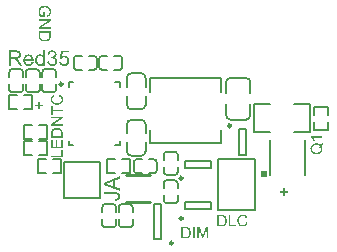
<source format=gbr>
G04 Layer_Color=65535*
%FSLAX25Y25*%
%MOIN*%
%TF.FileFunction,Legend,Top*%
%TF.Part,Single*%
G01*
G75*
%ADD48C,0.00984*%
%ADD49C,0.00787*%
%ADD50C,0.00394*%
%ADD51C,0.00866*%
%ADD52R,0.02000X0.02000*%
G36*
X354000Y262905D02*
X352450Y262310D01*
Y260160D01*
X354000Y259600D01*
Y258885D01*
X348875Y260845D01*
Y261580D01*
X354000Y263675D01*
Y262905D01*
D02*
G37*
G36*
X352530Y258330D02*
X352590Y258325D01*
X352660Y258320D01*
X352735Y258315D01*
X352895Y258295D01*
X353060Y258270D01*
X353220Y258230D01*
X353295Y258205D01*
X353365Y258175D01*
X353370D01*
X353380Y258170D01*
X353400Y258160D01*
X353420Y258145D01*
X353450Y258130D01*
X353485Y258110D01*
X353565Y258055D01*
X353650Y257985D01*
X353740Y257900D01*
X353825Y257800D01*
X353900Y257680D01*
Y257675D01*
X353910Y257665D01*
X353915Y257645D01*
X353930Y257620D01*
X353945Y257590D01*
X353960Y257550D01*
X353975Y257505D01*
X353990Y257455D01*
X354010Y257400D01*
X354025Y257340D01*
X354055Y257205D01*
X354075Y257055D01*
X354085Y256890D01*
Y256880D01*
Y256860D01*
X354080Y256825D01*
Y256780D01*
X354075Y256725D01*
X354065Y256660D01*
X354055Y256585D01*
X354035Y256510D01*
X354015Y256425D01*
X353990Y256340D01*
X353960Y256255D01*
X353920Y256170D01*
X353880Y256085D01*
X353825Y256005D01*
X353770Y255925D01*
X353700Y255855D01*
X353695Y255850D01*
X353680Y255840D01*
X353660Y255820D01*
X353630Y255800D01*
X353585Y255775D01*
X353540Y255745D01*
X353480Y255710D01*
X353410Y255680D01*
X353335Y255645D01*
X353250Y255615D01*
X353155Y255585D01*
X353050Y255560D01*
X352940Y255540D01*
X352820Y255525D01*
X352690Y255515D01*
X352550D01*
X352465Y256125D01*
X352490D01*
X352520Y256130D01*
X352560D01*
X352605Y256135D01*
X352660Y256140D01*
X352720Y256150D01*
X352785Y256160D01*
X352915Y256185D01*
X353050Y256225D01*
X353110Y256250D01*
X353170Y256275D01*
X353220Y256305D01*
X353265Y256340D01*
X353275Y256350D01*
X353300Y256375D01*
X353335Y256420D01*
X353370Y256485D01*
X353410Y256560D01*
X353445Y256655D01*
X353470Y256765D01*
X353475Y256820D01*
X353480Y256885D01*
Y256890D01*
Y256895D01*
Y256910D01*
Y256930D01*
X353475Y256975D01*
X353465Y257035D01*
X353450Y257105D01*
X353430Y257180D01*
X353405Y257255D01*
X353365Y257325D01*
X353360Y257335D01*
X353345Y257355D01*
X353320Y257385D01*
X353280Y257425D01*
X353235Y257470D01*
X353185Y257510D01*
X353120Y257550D01*
X353050Y257580D01*
X353040Y257585D01*
X353010Y257590D01*
X352990Y257600D01*
X352960Y257605D01*
X352930Y257610D01*
X352890Y257620D01*
X352850Y257625D01*
X352800Y257630D01*
X352750Y257640D01*
X352690Y257645D01*
X352630Y257650D01*
X352560D01*
X352485Y257655D01*
X348875D01*
Y258335D01*
X352475D01*
X352530Y258330D01*
D02*
G37*
G36*
X329045Y300500D02*
X328460D01*
Y300960D01*
X328455Y300955D01*
X328445Y300935D01*
X328425Y300910D01*
X328395Y300875D01*
X328355Y300835D01*
X328310Y300790D01*
X328260Y300740D01*
X328195Y300690D01*
X328130Y300635D01*
X328050Y300590D01*
X327965Y300540D01*
X327870Y300500D01*
X327770Y300465D01*
X327660Y300440D01*
X327545Y300420D01*
X327420Y300415D01*
X327375D01*
X327345Y300420D01*
X327305Y300425D01*
X327260Y300430D01*
X327210Y300435D01*
X327150Y300445D01*
X327025Y300475D01*
X326885Y300520D01*
X326815Y300545D01*
X326745Y300580D01*
X326670Y300615D01*
X326600Y300660D01*
X326595Y300665D01*
X326585Y300670D01*
X326565Y300685D01*
X326540Y300705D01*
X326510Y300730D01*
X326470Y300760D01*
X326430Y300795D01*
X326390Y300835D01*
X326345Y300885D01*
X326295Y300935D01*
X326200Y301050D01*
X326110Y301185D01*
X326025Y301340D01*
Y301345D01*
X326015Y301360D01*
X326005Y301385D01*
X325995Y301420D01*
X325980Y301460D01*
X325960Y301510D01*
X325945Y301565D01*
X325925Y301630D01*
X325905Y301705D01*
X325890Y301780D01*
X325870Y301865D01*
X325855Y301950D01*
X325835Y302145D01*
X325825Y302350D01*
Y302355D01*
Y302375D01*
Y302405D01*
X325830Y302445D01*
Y302495D01*
X325835Y302550D01*
X325840Y302615D01*
X325850Y302685D01*
X325860Y302760D01*
X325870Y302845D01*
X325905Y303015D01*
X325950Y303190D01*
X326010Y303360D01*
Y303365D01*
X326020Y303380D01*
X326030Y303405D01*
X326045Y303435D01*
X326065Y303475D01*
X326090Y303515D01*
X326150Y303620D01*
X326225Y303730D01*
X326320Y303845D01*
X326435Y303955D01*
X326500Y304010D01*
X326565Y304055D01*
X326570Y304060D01*
X326580Y304065D01*
X326600Y304080D01*
X326630Y304095D01*
X326665Y304110D01*
X326705Y304135D01*
X326755Y304155D01*
X326805Y304180D01*
X326865Y304200D01*
X326930Y304225D01*
X327070Y304260D01*
X327225Y304290D01*
X327305Y304295D01*
X327390Y304300D01*
X327445D01*
X327475Y304295D01*
X327510D01*
X327590Y304280D01*
X327685Y304265D01*
X327785Y304240D01*
X327885Y304205D01*
X327985Y304155D01*
X327990D01*
X327995Y304150D01*
X328010Y304140D01*
X328030Y304130D01*
X328080Y304100D01*
X328140Y304055D01*
X328205Y304005D01*
X328280Y303940D01*
X328350Y303870D01*
X328415Y303790D01*
Y305625D01*
X329045D01*
Y300500D01*
D02*
G37*
G36*
X335000Y270000D02*
X331156D01*
Y270510D01*
X334546D01*
Y272400D01*
X335000D01*
Y270000D01*
D02*
G37*
G36*
Y282964D02*
X331985Y280946D01*
X335000D01*
Y280459D01*
X331156D01*
Y280980D01*
X334175Y283001D01*
X331156D01*
Y283489D01*
X335000D01*
Y282964D01*
D02*
G37*
G36*
X333170Y279761D02*
X333215D01*
X333264Y279757D01*
X333320Y279754D01*
X333380Y279746D01*
X333440Y279739D01*
X333571Y279720D01*
X333706Y279694D01*
X333838Y279660D01*
X333841D01*
X333853Y279656D01*
X333871Y279649D01*
X333894Y279641D01*
X333924Y279630D01*
X333958Y279619D01*
X333995Y279604D01*
X334033Y279589D01*
X334122Y279551D01*
X334216Y279506D01*
X334310Y279454D01*
X334396Y279398D01*
X334400D01*
X334407Y279390D01*
X334419Y279382D01*
X334434Y279371D01*
X334471Y279338D01*
X334524Y279296D01*
X334580Y279244D01*
X334636Y279184D01*
X334693Y279120D01*
X334745Y279049D01*
Y279045D01*
X334749Y279041D01*
X334756Y279030D01*
X334768Y279015D01*
X334775Y278996D01*
X334790Y278974D01*
X334816Y278921D01*
X334846Y278854D01*
X334880Y278775D01*
X334910Y278685D01*
X334936Y278588D01*
Y278584D01*
X334940Y278576D01*
X334944Y278561D01*
X334947Y278539D01*
X334951Y278516D01*
X334955Y278486D01*
X334963Y278449D01*
X334966Y278411D01*
X334974Y278366D01*
X334981Y278321D01*
X334989Y278216D01*
X334996Y278100D01*
X335000Y277973D01*
Y276585D01*
X331156D01*
Y277909D01*
Y277912D01*
Y277927D01*
Y277950D01*
Y277984D01*
Y278021D01*
X331160Y278063D01*
Y278111D01*
X331164Y278160D01*
X331171Y278273D01*
X331179Y278385D01*
X331194Y278494D01*
X331201Y278546D01*
X331212Y278591D01*
Y278595D01*
X331216Y278606D01*
X331220Y278625D01*
X331227Y278647D01*
X331235Y278678D01*
X331246Y278708D01*
X331261Y278745D01*
X331276Y278786D01*
X331314Y278876D01*
X331363Y278970D01*
X331419Y279067D01*
X331490Y279157D01*
X331494Y279161D01*
X331501Y279172D01*
X331516Y279187D01*
X331535Y279206D01*
X331561Y279233D01*
X331591Y279262D01*
X331629Y279292D01*
X331666Y279330D01*
X331711Y279364D01*
X331764Y279401D01*
X331816Y279439D01*
X331873Y279476D01*
X331936Y279514D01*
X332004Y279548D01*
X332146Y279611D01*
X332150D01*
X332165Y279619D01*
X332188Y279626D01*
X332218Y279634D01*
X332255Y279649D01*
X332300Y279660D01*
X332352Y279675D01*
X332409Y279690D01*
X332472Y279701D01*
X332544Y279716D01*
X332619Y279731D01*
X332698Y279743D01*
X332784Y279750D01*
X332870Y279757D01*
X333057Y279765D01*
X333133D01*
X333170Y279761D01*
D02*
G37*
G36*
X335000Y273015D02*
X331156D01*
Y275794D01*
X331610D01*
Y273525D01*
X332784D01*
Y275651D01*
X333238D01*
Y273525D01*
X334546D01*
Y275884D01*
X335000D01*
Y273015D01*
D02*
G37*
G36*
X329095Y320496D02*
X329150Y320492D01*
X329209Y320488D01*
X329279Y320480D01*
X329354Y320469D01*
X329437Y320457D01*
X329523Y320441D01*
X329613Y320421D01*
X329708Y320398D01*
X329802Y320370D01*
X329900Y320335D01*
X329995Y320300D01*
X330093Y320256D01*
X330101Y320252D01*
X330117Y320245D01*
X330140Y320229D01*
X330175Y320209D01*
X330219Y320186D01*
X330266Y320154D01*
X330321Y320119D01*
X330380Y320076D01*
X330439Y320028D01*
X330502Y319973D01*
X330564Y319918D01*
X330627Y319851D01*
X330690Y319785D01*
X330749Y319710D01*
X330800Y319632D01*
X330851Y319549D01*
X330855Y319545D01*
X330863Y319529D01*
X330875Y319502D01*
X330891Y319466D01*
X330910Y319423D01*
X330930Y319372D01*
X330954Y319309D01*
X330977Y319242D01*
X330997Y319168D01*
X331020Y319085D01*
X331040Y318999D01*
X331060Y318904D01*
X331075Y318806D01*
X331087Y318704D01*
X331095Y318594D01*
X331099Y318484D01*
Y318480D01*
Y318464D01*
Y318441D01*
X331095Y318409D01*
Y318374D01*
X331091Y318327D01*
X331087Y318276D01*
X331079Y318221D01*
X331071Y318162D01*
X331064Y318099D01*
X331036Y317969D01*
X331001Y317831D01*
X330954Y317698D01*
Y317694D01*
X330946Y317682D01*
X330938Y317663D01*
X330926Y317639D01*
X330914Y317612D01*
X330895Y317576D01*
X330851Y317497D01*
X330796Y317407D01*
X330730Y317317D01*
X330651Y317226D01*
X330561Y317144D01*
X330557Y317140D01*
X330549Y317136D01*
X330533Y317124D01*
X330513Y317108D01*
X330490Y317093D01*
X330458Y317073D01*
X330423Y317053D01*
X330384Y317030D01*
X330341Y317002D01*
X330289Y316979D01*
X330234Y316955D01*
X330175Y316928D01*
X330113Y316904D01*
X330046Y316880D01*
X329975Y316857D01*
X329900Y316837D01*
X329771Y317317D01*
X329775D01*
X329782Y317321D01*
X329802Y317325D01*
X329822Y317332D01*
X329845Y317340D01*
X329877Y317352D01*
X329947Y317380D01*
X330022Y317411D01*
X330105Y317450D01*
X330183Y317494D01*
X330254Y317545D01*
X330258D01*
X330262Y317552D01*
X330282Y317568D01*
X330317Y317600D01*
X330356Y317643D01*
X330399Y317698D01*
X330447Y317765D01*
X330494Y317839D01*
X330537Y317930D01*
Y317934D01*
X330541Y317942D01*
X330549Y317953D01*
X330553Y317973D01*
X330561Y317997D01*
X330572Y318024D01*
X330580Y318056D01*
X330592Y318091D01*
X330608Y318173D01*
X330627Y318268D01*
X330639Y318374D01*
X330643Y318484D01*
Y318488D01*
Y318500D01*
Y318519D01*
Y318547D01*
X330639Y318578D01*
Y318614D01*
X330635Y318653D01*
X330627Y318700D01*
X330616Y318798D01*
X330596Y318904D01*
X330568Y319015D01*
X330529Y319117D01*
Y319121D01*
X330525Y319128D01*
X330517Y319140D01*
X330509Y319160D01*
X330498Y319183D01*
X330486Y319207D01*
X330451Y319270D01*
X330407Y319337D01*
X330360Y319408D01*
X330301Y319478D01*
X330234Y319545D01*
X330226Y319553D01*
X330203Y319572D01*
X330168Y319600D01*
X330117Y319635D01*
X330058Y319679D01*
X329991Y319718D01*
X329916Y319761D01*
X329837Y319796D01*
X329834D01*
X329822Y319804D01*
X329802Y319812D01*
X329771Y319820D01*
X329739Y319832D01*
X329696Y319844D01*
X329649Y319859D01*
X329598Y319871D01*
X329539Y319887D01*
X329476Y319903D01*
X329409Y319914D01*
X329338Y319926D01*
X329189Y319942D01*
X329028Y319950D01*
X328977D01*
X328938Y319946D01*
X328890D01*
X328839Y319938D01*
X328780Y319934D01*
X328713Y319926D01*
X328643Y319918D01*
X328572Y319903D01*
X328419Y319871D01*
X328269Y319824D01*
X328195Y319796D01*
X328124Y319765D01*
X328120Y319761D01*
X328108Y319757D01*
X328089Y319745D01*
X328065Y319730D01*
X328034Y319710D01*
X328002Y319687D01*
X327963Y319659D01*
X327920Y319627D01*
X327876Y319592D01*
X327833Y319553D01*
X327790Y319510D01*
X327743Y319459D01*
X327699Y319408D01*
X327660Y319352D01*
X327621Y319290D01*
X327586Y319227D01*
Y319223D01*
X327578Y319211D01*
X327570Y319191D01*
X327558Y319164D01*
X327546Y319132D01*
X327531Y319093D01*
X327515Y319050D01*
X327499Y318999D01*
X327483Y318948D01*
X327468Y318889D01*
X327440Y318759D01*
X327420Y318621D01*
X327417Y318551D01*
X327413Y318476D01*
Y318472D01*
Y318460D01*
Y318441D01*
X327417Y318417D01*
Y318386D01*
X327420Y318350D01*
X327424Y318307D01*
X327428Y318260D01*
X327444Y318158D01*
X327468Y318044D01*
X327499Y317922D01*
X327542Y317800D01*
Y317796D01*
X327550Y317784D01*
X327554Y317769D01*
X327566Y317745D01*
X327578Y317718D01*
X327593Y317686D01*
X327629Y317612D01*
X327672Y317533D01*
X327719Y317450D01*
X327774Y317368D01*
X327829Y317297D01*
X328580D01*
Y318480D01*
X329055D01*
Y316774D01*
X327558D01*
X327554Y316778D01*
X327546Y316790D01*
X327527Y316814D01*
X327507Y316841D01*
X327480Y316877D01*
X327452Y316920D01*
X327420Y316971D01*
X327385Y317022D01*
X327346Y317081D01*
X327307Y317144D01*
X327232Y317281D01*
X327157Y317431D01*
X327090Y317588D01*
Y317592D01*
X327082Y317607D01*
X327075Y317627D01*
X327067Y317659D01*
X327055Y317698D01*
X327039Y317741D01*
X327028Y317792D01*
X327012Y317851D01*
X326996Y317914D01*
X326984Y317981D01*
X326969Y318052D01*
X326957Y318126D01*
X326941Y318280D01*
X326933Y318445D01*
Y318453D01*
Y318472D01*
Y318504D01*
X326937Y318543D01*
X326941Y318598D01*
X326945Y318657D01*
X326953Y318728D01*
X326965Y318802D01*
X326976Y318885D01*
X326996Y318967D01*
X327016Y319058D01*
X327039Y319152D01*
X327067Y319246D01*
X327102Y319341D01*
X327141Y319431D01*
X327185Y319525D01*
X327189Y319529D01*
X327197Y319545D01*
X327212Y319572D01*
X327232Y319604D01*
X327259Y319643D01*
X327291Y319690D01*
X327330Y319742D01*
X327373Y319796D01*
X327420Y319855D01*
X327476Y319914D01*
X327538Y319977D01*
X327601Y320036D01*
X327672Y320095D01*
X327751Y320154D01*
X327833Y320205D01*
X327920Y320256D01*
X327923Y320260D01*
X327943Y320268D01*
X327967Y320280D01*
X328006Y320296D01*
X328049Y320311D01*
X328104Y320335D01*
X328167Y320355D01*
X328234Y320378D01*
X328313Y320402D01*
X328395Y320421D01*
X328485Y320445D01*
X328580Y320461D01*
X328678Y320476D01*
X328780Y320488D01*
X328886Y320496D01*
X328996Y320500D01*
X329055D01*
X329095Y320496D01*
D02*
G37*
G36*
X331028Y315446D02*
X327865Y313328D01*
X331028D01*
Y312817D01*
X327000D01*
Y313367D01*
X330160Y315481D01*
X327000D01*
Y315992D01*
X331028D01*
Y315446D01*
D02*
G37*
G36*
Y310537D02*
Y310533D01*
Y310518D01*
Y310494D01*
Y310459D01*
Y310420D01*
X331024Y310376D01*
Y310325D01*
X331020Y310274D01*
X331013Y310156D01*
X331005Y310038D01*
X330989Y309924D01*
X330981Y309869D01*
X330969Y309822D01*
Y309818D01*
X330965Y309806D01*
X330961Y309787D01*
X330954Y309763D01*
X330946Y309732D01*
X330934Y309700D01*
X330918Y309661D01*
X330903Y309618D01*
X330863Y309524D01*
X330812Y309425D01*
X330753Y309323D01*
X330679Y309229D01*
X330675Y309225D01*
X330667Y309213D01*
X330651Y309197D01*
X330631Y309178D01*
X330604Y309150D01*
X330572Y309119D01*
X330533Y309087D01*
X330494Y309048D01*
X330447Y309013D01*
X330392Y308973D01*
X330337Y308934D01*
X330278Y308895D01*
X330211Y308855D01*
X330140Y308820D01*
X329991Y308753D01*
X329987D01*
X329971Y308745D01*
X329947Y308737D01*
X329916Y308730D01*
X329877Y308714D01*
X329830Y308702D01*
X329775Y308686D01*
X329716Y308671D01*
X329649Y308659D01*
X329574Y308643D01*
X329496Y308628D01*
X329413Y308616D01*
X329323Y308608D01*
X329232Y308600D01*
X329036Y308592D01*
X328957D01*
X328918Y308596D01*
X328871D01*
X328820Y308600D01*
X328761Y308604D01*
X328698Y308612D01*
X328635Y308620D01*
X328497Y308639D01*
X328356Y308667D01*
X328218Y308702D01*
X328214D01*
X328203Y308706D01*
X328183Y308714D01*
X328159Y308722D01*
X328128Y308734D01*
X328093Y308745D01*
X328053Y308761D01*
X328014Y308777D01*
X327920Y308816D01*
X327821Y308863D01*
X327723Y308918D01*
X327633Y308977D01*
X327629D01*
X327621Y308985D01*
X327609Y308993D01*
X327593Y309005D01*
X327554Y309040D01*
X327499Y309083D01*
X327440Y309138D01*
X327381Y309201D01*
X327322Y309268D01*
X327267Y309343D01*
Y309347D01*
X327263Y309351D01*
X327256Y309362D01*
X327244Y309378D01*
X327236Y309398D01*
X327220Y309421D01*
X327193Y309476D01*
X327161Y309547D01*
X327126Y309630D01*
X327094Y309724D01*
X327067Y309826D01*
Y309830D01*
X327063Y309838D01*
X327059Y309854D01*
X327055Y309877D01*
X327051Y309901D01*
X327047Y309932D01*
X327039Y309971D01*
X327035Y310011D01*
X327028Y310058D01*
X327020Y310105D01*
X327012Y310215D01*
X327004Y310337D01*
X327000Y310471D01*
Y311925D01*
X331028D01*
Y310537D01*
D02*
G37*
G36*
X323670Y304295D02*
X323725Y304290D01*
X323785Y304285D01*
X323860Y304275D01*
X323945Y304255D01*
X324030Y304235D01*
X324125Y304210D01*
X324225Y304175D01*
X324325Y304135D01*
X324425Y304085D01*
X324530Y304025D01*
X324630Y303960D01*
X324725Y303880D01*
X324815Y303790D01*
X324820Y303785D01*
X324835Y303765D01*
X324860Y303735D01*
X324890Y303695D01*
X324925Y303645D01*
X324965Y303580D01*
X325010Y303505D01*
X325055Y303420D01*
X325095Y303325D01*
X325140Y303215D01*
X325180Y303100D01*
X325215Y302970D01*
X325245Y302835D01*
X325270Y302685D01*
X325285Y302530D01*
X325290Y302360D01*
Y302350D01*
Y302335D01*
Y302320D01*
Y302295D01*
Y302265D01*
X325285Y302235D01*
Y302195D01*
X322510D01*
Y302190D01*
Y302170D01*
X322515Y302135D01*
X322520Y302095D01*
X322530Y302045D01*
X322540Y301985D01*
X322550Y301920D01*
X322565Y301845D01*
X322610Y301695D01*
X322640Y301615D01*
X322670Y301540D01*
X322710Y301465D01*
X322750Y301390D01*
X322800Y301320D01*
X322855Y301255D01*
X322860Y301250D01*
X322870Y301240D01*
X322885Y301225D01*
X322910Y301205D01*
X322940Y301180D01*
X322980Y301150D01*
X323020Y301125D01*
X323070Y301095D01*
X323125Y301060D01*
X323180Y301035D01*
X323245Y301005D01*
X323315Y300980D01*
X323390Y300960D01*
X323465Y300945D01*
X323550Y300935D01*
X323635Y300930D01*
X323670D01*
X323695Y300935D01*
X323725D01*
X323755Y300940D01*
X323840Y300955D01*
X323930Y300975D01*
X324030Y301005D01*
X324130Y301050D01*
X324225Y301110D01*
X324230D01*
X324235Y301120D01*
X324265Y301145D01*
X324310Y301190D01*
X324365Y301255D01*
X324430Y301335D01*
X324495Y301435D01*
X324525Y301495D01*
X324555Y301560D01*
X324585Y301625D01*
X324615Y301700D01*
X325265Y301615D01*
Y301610D01*
X325260Y301590D01*
X325250Y301560D01*
X325235Y301520D01*
X325220Y301470D01*
X325195Y301415D01*
X325170Y301355D01*
X325140Y301290D01*
X325100Y301220D01*
X325060Y301145D01*
X325015Y301070D01*
X324960Y300995D01*
X324905Y300925D01*
X324840Y300855D01*
X324770Y300785D01*
X324695Y300725D01*
X324690Y300720D01*
X324675Y300710D01*
X324655Y300695D01*
X324620Y300675D01*
X324580Y300655D01*
X324530Y300625D01*
X324470Y300600D01*
X324405Y300570D01*
X324335Y300540D01*
X324255Y300515D01*
X324165Y300485D01*
X324075Y300465D01*
X323970Y300445D01*
X323865Y300430D01*
X323755Y300420D01*
X323635Y300415D01*
X323600D01*
X323555Y300420D01*
X323500Y300425D01*
X323430Y300430D01*
X323350Y300440D01*
X323265Y300455D01*
X323170Y300480D01*
X323065Y300505D01*
X322960Y300535D01*
X322855Y300580D01*
X322745Y300625D01*
X322640Y300685D01*
X322535Y300750D01*
X322435Y300825D01*
X322340Y300915D01*
X322335Y300920D01*
X322320Y300940D01*
X322295Y300965D01*
X322265Y301010D01*
X322230Y301060D01*
X322190Y301120D01*
X322145Y301195D01*
X322105Y301280D01*
X322060Y301375D01*
X322015Y301480D01*
X321975Y301595D01*
X321940Y301720D01*
X321910Y301855D01*
X321885Y302005D01*
X321870Y302160D01*
X321865Y302325D01*
Y302330D01*
Y302335D01*
Y302365D01*
X321870Y302415D01*
X321875Y302480D01*
X321880Y302560D01*
X321890Y302650D01*
X321905Y302750D01*
X321925Y302860D01*
X321950Y302970D01*
X321980Y303090D01*
X322020Y303210D01*
X322070Y303335D01*
X322125Y303455D01*
X322185Y303570D01*
X322260Y303680D01*
X322345Y303780D01*
X322350Y303785D01*
X322370Y303805D01*
X322395Y303830D01*
X322435Y303860D01*
X322480Y303900D01*
X322540Y303945D01*
X322605Y303990D01*
X322685Y304040D01*
X322770Y304090D01*
X322865Y304135D01*
X322970Y304180D01*
X323080Y304220D01*
X323200Y304250D01*
X323325Y304280D01*
X323460Y304295D01*
X323600Y304300D01*
X323635D01*
X323670Y304295D01*
D02*
G37*
G36*
X331540Y305640D02*
X331580D01*
X331620Y305635D01*
X331670Y305630D01*
X331725Y305625D01*
X331845Y305600D01*
X331970Y305570D01*
X332105Y305525D01*
X332240Y305465D01*
X332245D01*
X332255Y305455D01*
X332275Y305445D01*
X332300Y305430D01*
X332330Y305415D01*
X332360Y305390D01*
X332440Y305335D01*
X332530Y305265D01*
X332620Y305180D01*
X332705Y305080D01*
X332780Y304970D01*
Y304965D01*
X332790Y304955D01*
X332800Y304940D01*
X332810Y304915D01*
X332825Y304890D01*
X332840Y304855D01*
X332875Y304770D01*
X332910Y304675D01*
X332940Y304560D01*
X332960Y304440D01*
X332970Y304310D01*
Y304305D01*
Y304295D01*
Y304280D01*
X332965Y304255D01*
Y304225D01*
X332960Y304190D01*
X332950Y304110D01*
X332925Y304015D01*
X332895Y303915D01*
X332850Y303810D01*
X332790Y303705D01*
Y303700D01*
X332780Y303695D01*
X332770Y303680D01*
X332755Y303660D01*
X332715Y303610D01*
X332655Y303550D01*
X332580Y303480D01*
X332490Y303410D01*
X332385Y303340D01*
X332260Y303275D01*
X332265D01*
X332280Y303270D01*
X332305Y303265D01*
X332335Y303255D01*
X332375Y303240D01*
X332415Y303225D01*
X332520Y303180D01*
X332630Y303125D01*
X332750Y303045D01*
X332865Y302955D01*
X332915Y302900D01*
X332965Y302840D01*
X332970Y302835D01*
X332975Y302825D01*
X332990Y302805D01*
X333005Y302780D01*
X333025Y302750D01*
X333045Y302710D01*
X333070Y302665D01*
X333095Y302615D01*
X333115Y302555D01*
X333140Y302495D01*
X333160Y302425D01*
X333180Y302355D01*
X333210Y302195D01*
X333215Y302105D01*
X333220Y302015D01*
Y302010D01*
Y301985D01*
X333215Y301950D01*
Y301905D01*
X333205Y301845D01*
X333195Y301780D01*
X333180Y301705D01*
X333160Y301620D01*
X333135Y301535D01*
X333100Y301445D01*
X333060Y301350D01*
X333015Y301255D01*
X332955Y301160D01*
X332890Y301060D01*
X332815Y300970D01*
X332730Y300880D01*
X332725Y300875D01*
X332710Y300860D01*
X332680Y300835D01*
X332640Y300810D01*
X332595Y300770D01*
X332535Y300735D01*
X332470Y300690D01*
X332390Y300650D01*
X332305Y300605D01*
X332210Y300560D01*
X332110Y300525D01*
X332000Y300490D01*
X331885Y300460D01*
X331760Y300435D01*
X331630Y300420D01*
X331490Y300415D01*
X331460D01*
X331425Y300420D01*
X331380D01*
X331320Y300425D01*
X331255Y300435D01*
X331180Y300450D01*
X331095Y300465D01*
X331010Y300485D01*
X330920Y300515D01*
X330825Y300545D01*
X330735Y300585D01*
X330640Y300630D01*
X330545Y300685D01*
X330455Y300745D01*
X330370Y300815D01*
X330365Y300820D01*
X330350Y300835D01*
X330330Y300855D01*
X330300Y300890D01*
X330265Y300930D01*
X330225Y300975D01*
X330185Y301030D01*
X330140Y301095D01*
X330095Y301165D01*
X330050Y301245D01*
X330010Y301330D01*
X329970Y301425D01*
X329935Y301525D01*
X329905Y301630D01*
X329880Y301740D01*
X329865Y301860D01*
X330495Y301945D01*
Y301940D01*
X330500Y301920D01*
X330505Y301895D01*
X330515Y301855D01*
X330525Y301815D01*
X330540Y301760D01*
X330560Y301705D01*
X330580Y301645D01*
X330630Y301520D01*
X330695Y301390D01*
X330770Y301270D01*
X330815Y301220D01*
X330860Y301170D01*
X330865D01*
X330870Y301160D01*
X330885Y301150D01*
X330905Y301135D01*
X330930Y301115D01*
X330960Y301095D01*
X331035Y301055D01*
X331130Y301010D01*
X331240Y300970D01*
X331360Y300945D01*
X331425Y300940D01*
X331495Y300935D01*
X331540D01*
X331570Y300940D01*
X331610Y300945D01*
X331650Y300950D01*
X331700Y300960D01*
X331755Y300975D01*
X331875Y301010D01*
X331935Y301035D01*
X332000Y301065D01*
X332065Y301100D01*
X332125Y301140D01*
X332185Y301185D01*
X332245Y301240D01*
X332250Y301245D01*
X332260Y301255D01*
X332275Y301270D01*
X332295Y301295D01*
X332315Y301325D01*
X332340Y301360D01*
X332370Y301400D01*
X332400Y301450D01*
X332425Y301500D01*
X332455Y301560D01*
X332505Y301690D01*
X332520Y301760D01*
X332535Y301835D01*
X332545Y301915D01*
X332550Y302000D01*
Y302005D01*
Y302020D01*
Y302040D01*
X332545Y302075D01*
X332540Y302110D01*
X332535Y302155D01*
X332525Y302200D01*
X332515Y302255D01*
X332480Y302365D01*
X332460Y302425D01*
X332430Y302485D01*
X332395Y302545D01*
X332360Y302605D01*
X332315Y302660D01*
X332265Y302715D01*
X332260Y302720D01*
X332250Y302725D01*
X332235Y302740D01*
X332215Y302760D01*
X332185Y302780D01*
X332150Y302805D01*
X332115Y302830D01*
X332070Y302855D01*
X332020Y302880D01*
X331965Y302905D01*
X331840Y302950D01*
X331700Y302985D01*
X331625Y302990D01*
X331545Y302995D01*
X331515D01*
X331475Y302990D01*
X331425Y302985D01*
X331360Y302980D01*
X331285Y302970D01*
X331200Y302950D01*
X331105Y302930D01*
X331175Y303480D01*
X331185D01*
X331210Y303475D01*
X331245Y303470D01*
X331315D01*
X331345Y303475D01*
X331380D01*
X331420Y303480D01*
X331465Y303490D01*
X331515Y303495D01*
X331630Y303520D01*
X331750Y303560D01*
X331875Y303610D01*
X332000Y303680D01*
X332005Y303685D01*
X332015Y303690D01*
X332030Y303700D01*
X332050Y303720D01*
X332075Y303740D01*
X332105Y303770D01*
X332130Y303800D01*
X332165Y303840D01*
X332195Y303880D01*
X332220Y303930D01*
X332250Y303985D01*
X332275Y304040D01*
X332295Y304105D01*
X332310Y304175D01*
X332320Y304245D01*
X332325Y304325D01*
Y304330D01*
Y304340D01*
Y304360D01*
X332320Y304385D01*
Y304415D01*
X332315Y304450D01*
X332295Y304530D01*
X332270Y304620D01*
X332225Y304715D01*
X332170Y304810D01*
X332130Y304855D01*
X332090Y304900D01*
X332085Y304905D01*
X332080Y304910D01*
X332065Y304920D01*
X332050Y304935D01*
X331995Y304975D01*
X331925Y305015D01*
X331840Y305055D01*
X331735Y305095D01*
X331615Y305120D01*
X331555Y305130D01*
X331450D01*
X331425Y305125D01*
X331390D01*
X331355Y305120D01*
X331270Y305100D01*
X331170Y305075D01*
X331070Y305030D01*
X330965Y304975D01*
X330915Y304935D01*
X330870Y304895D01*
X330865Y304890D01*
X330860Y304885D01*
X330845Y304870D01*
X330830Y304850D01*
X330810Y304830D01*
X330790Y304800D01*
X330765Y304765D01*
X330740Y304725D01*
X330715Y304675D01*
X330685Y304625D01*
X330660Y304570D01*
X330635Y304505D01*
X330615Y304440D01*
X330590Y304365D01*
X330575Y304290D01*
X330560Y304205D01*
X329930Y304315D01*
Y304320D01*
X329935Y304345D01*
X329945Y304375D01*
X329955Y304420D01*
X329970Y304470D01*
X329990Y304535D01*
X330010Y304600D01*
X330040Y304675D01*
X330070Y304750D01*
X330110Y304830D01*
X330150Y304915D01*
X330200Y304995D01*
X330250Y305075D01*
X330310Y305155D01*
X330380Y305225D01*
X330450Y305295D01*
X330455Y305300D01*
X330470Y305310D01*
X330490Y305325D01*
X330525Y305350D01*
X330565Y305375D01*
X330610Y305405D01*
X330670Y305440D01*
X330730Y305470D01*
X330800Y305505D01*
X330880Y305535D01*
X330965Y305565D01*
X331055Y305590D01*
X331150Y305615D01*
X331250Y305630D01*
X331360Y305640D01*
X331470Y305645D01*
X331510D01*
X331540Y305640D01*
D02*
G37*
G36*
X337000Y304960D02*
X334945D01*
X334670Y303575D01*
X334675Y303580D01*
X334690Y303590D01*
X334715Y303605D01*
X334750Y303625D01*
X334790Y303650D01*
X334845Y303680D01*
X334900Y303705D01*
X334965Y303740D01*
X335035Y303770D01*
X335110Y303795D01*
X335275Y303850D01*
X335360Y303870D01*
X335450Y303885D01*
X335545Y303895D01*
X335640Y303900D01*
X335670D01*
X335705Y303895D01*
X335755D01*
X335810Y303885D01*
X335880Y303875D01*
X335955Y303860D01*
X336035Y303840D01*
X336120Y303815D01*
X336215Y303785D01*
X336310Y303750D01*
X336405Y303705D01*
X336500Y303650D01*
X336595Y303590D01*
X336685Y303515D01*
X336775Y303435D01*
X336780Y303430D01*
X336795Y303415D01*
X336820Y303385D01*
X336850Y303350D01*
X336885Y303305D01*
X336920Y303250D01*
X336965Y303185D01*
X337010Y303110D01*
X337050Y303030D01*
X337095Y302940D01*
X337130Y302840D01*
X337170Y302735D01*
X337195Y302620D01*
X337220Y302500D01*
X337235Y302370D01*
X337240Y302235D01*
Y302225D01*
Y302205D01*
X337235Y302170D01*
Y302120D01*
X337230Y302060D01*
X337220Y301990D01*
X337205Y301910D01*
X337190Y301825D01*
X337165Y301735D01*
X337140Y301635D01*
X337105Y301535D01*
X337065Y301435D01*
X337020Y301335D01*
X336965Y301230D01*
X336900Y301130D01*
X336830Y301035D01*
X336825Y301030D01*
X336805Y301010D01*
X336780Y300980D01*
X336740Y300940D01*
X336690Y300890D01*
X336630Y300840D01*
X336560Y300785D01*
X336480Y300725D01*
X336385Y300665D01*
X336285Y300610D01*
X336175Y300560D01*
X336055Y300510D01*
X335925Y300470D01*
X335790Y300440D01*
X335640Y300420D01*
X335485Y300415D01*
X335455D01*
X335420Y300420D01*
X335370D01*
X335310Y300425D01*
X335240Y300435D01*
X335165Y300450D01*
X335080Y300465D01*
X334990Y300485D01*
X334900Y300510D01*
X334805Y300540D01*
X334705Y300580D01*
X334610Y300625D01*
X334515Y300675D01*
X334425Y300735D01*
X334340Y300805D01*
X334335Y300810D01*
X334320Y300825D01*
X334300Y300845D01*
X334270Y300875D01*
X334235Y300915D01*
X334200Y300965D01*
X334155Y301020D01*
X334115Y301080D01*
X334070Y301150D01*
X334025Y301230D01*
X333985Y301315D01*
X333945Y301410D01*
X333910Y301510D01*
X333880Y301615D01*
X333855Y301725D01*
X333840Y301845D01*
X334500Y301900D01*
Y301895D01*
X334505Y301880D01*
X334510Y301855D01*
X334515Y301820D01*
X334525Y301780D01*
X334535Y301735D01*
X334570Y301625D01*
X334615Y301510D01*
X334670Y301390D01*
X334745Y301270D01*
X334790Y301220D01*
X334835Y301170D01*
X334840Y301165D01*
X334850Y301160D01*
X334865Y301150D01*
X334885Y301135D01*
X334910Y301115D01*
X334940Y301095D01*
X335020Y301050D01*
X335115Y301005D01*
X335225Y300970D01*
X335350Y300940D01*
X335415Y300935D01*
X335485Y300930D01*
X335530D01*
X335560Y300935D01*
X335600Y300940D01*
X335645Y300950D01*
X335695Y300960D01*
X335750Y300975D01*
X335875Y301015D01*
X335935Y301040D01*
X336000Y301075D01*
X336065Y301115D01*
X336130Y301160D01*
X336195Y301210D01*
X336255Y301270D01*
X336260Y301275D01*
X336270Y301285D01*
X336285Y301305D01*
X336305Y301335D01*
X336330Y301365D01*
X336355Y301410D01*
X336385Y301460D01*
X336415Y301515D01*
X336440Y301575D01*
X336470Y301645D01*
X336495Y301720D01*
X336520Y301800D01*
X336540Y301885D01*
X336555Y301980D01*
X336565Y302075D01*
X336570Y302180D01*
Y302185D01*
Y302205D01*
Y302230D01*
X336565Y302270D01*
X336560Y302315D01*
X336555Y302365D01*
X336545Y302425D01*
X336530Y302490D01*
X336495Y302625D01*
X336470Y302695D01*
X336440Y302765D01*
X336405Y302835D01*
X336365Y302905D01*
X336320Y302970D01*
X336265Y303030D01*
X336260Y303035D01*
X336250Y303045D01*
X336235Y303060D01*
X336210Y303080D01*
X336180Y303105D01*
X336145Y303130D01*
X336100Y303160D01*
X336055Y303190D01*
X336000Y303215D01*
X335940Y303245D01*
X335875Y303270D01*
X335805Y303295D01*
X335725Y303315D01*
X335645Y303330D01*
X335560Y303340D01*
X335470Y303345D01*
X335420D01*
X335390Y303340D01*
X335360D01*
X335285Y303330D01*
X335200Y303310D01*
X335110Y303285D01*
X335015Y303250D01*
X334920Y303205D01*
X334915D01*
X334910Y303200D01*
X334880Y303180D01*
X334835Y303150D01*
X334785Y303110D01*
X334720Y303055D01*
X334660Y302995D01*
X334595Y302925D01*
X334540Y302850D01*
X333950Y302925D01*
X334445Y305560D01*
X337000D01*
Y304960D01*
D02*
G37*
G36*
X319440Y305620D02*
X319505D01*
X319580Y305615D01*
X319655Y305610D01*
X319825Y305590D01*
X320000Y305565D01*
X320165Y305530D01*
X320240Y305510D01*
X320310Y305485D01*
X320315D01*
X320325Y305480D01*
X320345Y305470D01*
X320370Y305460D01*
X320400Y305440D01*
X320435Y305420D01*
X320515Y305370D01*
X320605Y305305D01*
X320700Y305220D01*
X320795Y305115D01*
X320880Y304995D01*
X320885Y304990D01*
X320890Y304980D01*
X320900Y304960D01*
X320915Y304935D01*
X320930Y304900D01*
X320950Y304860D01*
X320970Y304820D01*
X320990Y304770D01*
X321025Y304655D01*
X321060Y304525D01*
X321085Y304380D01*
X321095Y304305D01*
Y304225D01*
Y304220D01*
Y304200D01*
Y304170D01*
X321090Y304135D01*
X321085Y304085D01*
X321075Y304035D01*
X321065Y303970D01*
X321050Y303905D01*
X321030Y303835D01*
X321010Y303760D01*
X320980Y303685D01*
X320945Y303605D01*
X320905Y303530D01*
X320855Y303450D01*
X320805Y303375D01*
X320740Y303305D01*
X320735Y303300D01*
X320725Y303290D01*
X320705Y303270D01*
X320675Y303245D01*
X320635Y303215D01*
X320590Y303180D01*
X320535Y303145D01*
X320470Y303105D01*
X320400Y303065D01*
X320320Y303025D01*
X320230Y302985D01*
X320130Y302945D01*
X320025Y302910D01*
X319910Y302880D01*
X319785Y302850D01*
X319650Y302830D01*
X319655D01*
X319660Y302825D01*
X319675Y302815D01*
X319695Y302810D01*
X319745Y302780D01*
X319805Y302750D01*
X319870Y302710D01*
X319935Y302670D01*
X320000Y302620D01*
X320060Y302575D01*
X320065Y302570D01*
X320075Y302565D01*
X320090Y302545D01*
X320110Y302525D01*
X320135Y302500D01*
X320165Y302465D01*
X320200Y302430D01*
X320240Y302385D01*
X320325Y302285D01*
X320420Y302170D01*
X320520Y302035D01*
X320620Y301890D01*
X321505Y300500D01*
X320660D01*
X319980Y301565D01*
X319975Y301570D01*
X319965Y301585D01*
X319950Y301610D01*
X319930Y301640D01*
X319905Y301680D01*
X319875Y301725D01*
X319810Y301825D01*
X319730Y301940D01*
X319650Y302055D01*
X319565Y302170D01*
X319530Y302220D01*
X319490Y302270D01*
Y302275D01*
X319480Y302280D01*
X319460Y302310D01*
X319420Y302355D01*
X319375Y302405D01*
X319320Y302460D01*
X319265Y302515D01*
X319205Y302570D01*
X319145Y302610D01*
X319140Y302615D01*
X319120Y302625D01*
X319090Y302645D01*
X319050Y302665D01*
X319005Y302690D01*
X318955Y302710D01*
X318900Y302735D01*
X318840Y302750D01*
X318835D01*
X318820Y302755D01*
X318790Y302760D01*
X318750Y302765D01*
X318700D01*
X318635Y302770D01*
X318555Y302775D01*
X317680D01*
Y300500D01*
X317000D01*
Y305625D01*
X319385D01*
X319440Y305620D01*
D02*
G37*
G36*
X331610Y285829D02*
X335000D01*
Y285319D01*
X331610D01*
Y284051D01*
X331156D01*
Y287100D01*
X331610D01*
Y285829D01*
D02*
G37*
G36*
X378977Y243000D02*
X378467D01*
Y246844D01*
X378977D01*
Y243000D01*
D02*
G37*
G36*
X375977Y246840D02*
X376026D01*
X376075Y246836D01*
X376187Y246829D01*
X376300Y246821D01*
X376409Y246806D01*
X376461Y246799D01*
X376506Y246788D01*
X376510D01*
X376521Y246784D01*
X376540Y246780D01*
X376562Y246773D01*
X376592Y246765D01*
X376623Y246754D01*
X376660Y246739D01*
X376701Y246724D01*
X376791Y246686D01*
X376885Y246638D01*
X376982Y246581D01*
X377073Y246510D01*
X377076Y246506D01*
X377087Y246499D01*
X377102Y246484D01*
X377121Y246465D01*
X377148Y246439D01*
X377178Y246409D01*
X377207Y246371D01*
X377245Y246334D01*
X377279Y246289D01*
X377316Y246236D01*
X377354Y246184D01*
X377391Y246128D01*
X377429Y246064D01*
X377463Y245996D01*
X377526Y245854D01*
Y245850D01*
X377534Y245835D01*
X377541Y245813D01*
X377549Y245782D01*
X377564Y245745D01*
X377575Y245700D01*
X377590Y245648D01*
X377605Y245591D01*
X377616Y245528D01*
X377631Y245456D01*
X377646Y245381D01*
X377658Y245303D01*
X377665Y245216D01*
X377673Y245130D01*
X377680Y244942D01*
Y244939D01*
Y244924D01*
Y244901D01*
Y244867D01*
X377676Y244830D01*
Y244785D01*
X377673Y244736D01*
X377669Y244680D01*
X377661Y244620D01*
X377654Y244560D01*
X377635Y244429D01*
X377609Y244294D01*
X377575Y244163D01*
Y244159D01*
X377571Y244147D01*
X377564Y244129D01*
X377556Y244106D01*
X377545Y244076D01*
X377534Y244042D01*
X377519Y244005D01*
X377504Y243968D01*
X377466Y243878D01*
X377421Y243784D01*
X377369Y243690D01*
X377312Y243604D01*
Y243600D01*
X377305Y243593D01*
X377297Y243581D01*
X377286Y243566D01*
X377253Y243529D01*
X377211Y243476D01*
X377159Y243420D01*
X377099Y243364D01*
X377035Y243307D01*
X376964Y243255D01*
X376960D01*
X376956Y243251D01*
X376945Y243244D01*
X376930Y243232D01*
X376911Y243225D01*
X376889Y243210D01*
X376836Y243184D01*
X376769Y243154D01*
X376690Y243120D01*
X376600Y243090D01*
X376502Y243064D01*
X376499D01*
X376491Y243060D01*
X376476Y243056D01*
X376454Y243053D01*
X376431Y243049D01*
X376401Y243045D01*
X376364Y243038D01*
X376326Y243034D01*
X376281Y243026D01*
X376236Y243019D01*
X376131Y243011D01*
X376015Y243004D01*
X375887Y243000D01*
X374500D01*
Y246844D01*
X375936D01*
X375977Y246840D01*
D02*
G37*
G36*
X395129Y250907D02*
X395178Y250904D01*
X395234Y250896D01*
X395298Y250885D01*
X395369Y250874D01*
X395440Y250859D01*
X395519Y250840D01*
X395601Y250814D01*
X395680Y250787D01*
X395762Y250754D01*
X395845Y250712D01*
X395924Y250668D01*
X395999Y250615D01*
X396003Y250611D01*
X396018Y250600D01*
X396036Y250585D01*
X396062Y250563D01*
X396096Y250533D01*
X396130Y250495D01*
X396171Y250450D01*
X396216Y250401D01*
X396261Y250345D01*
X396306Y250285D01*
X396351Y250218D01*
X396396Y250143D01*
X396441Y250064D01*
X396482Y249977D01*
X396516Y249887D01*
X396550Y249790D01*
X396047Y249674D01*
Y249677D01*
X396040Y249693D01*
X396033Y249715D01*
X396021Y249741D01*
X396010Y249775D01*
X395991Y249816D01*
X395972Y249857D01*
X395950Y249906D01*
X395894Y250004D01*
X395826Y250105D01*
X395747Y250199D01*
X395703Y250244D01*
X395657Y250281D01*
X395654Y250285D01*
X395646Y250289D01*
X395631Y250300D01*
X395613Y250311D01*
X395586Y250326D01*
X395556Y250341D01*
X395522Y250360D01*
X395481Y250379D01*
X395440Y250397D01*
X395391Y250416D01*
X395339Y250431D01*
X395283Y250446D01*
X395159Y250469D01*
X395091Y250472D01*
X395020Y250476D01*
X394979D01*
X394945Y250472D01*
X394907Y250469D01*
X394863Y250465D01*
X394814Y250458D01*
X394761Y250450D01*
X394641Y250424D01*
X394581Y250409D01*
X394517Y250386D01*
X394458Y250360D01*
X394394Y250334D01*
X394334Y250300D01*
X394278Y250262D01*
X394274Y250259D01*
X394266Y250251D01*
X394251Y250240D01*
X394229Y250225D01*
X394206Y250202D01*
X394176Y250176D01*
X394146Y250146D01*
X394116Y250113D01*
X394079Y250071D01*
X394045Y250030D01*
X394011Y249981D01*
X393977Y249929D01*
X393944Y249876D01*
X393914Y249816D01*
X393887Y249756D01*
X393861Y249689D01*
Y249685D01*
X393858Y249674D01*
X393850Y249655D01*
X393843Y249629D01*
X393835Y249595D01*
X393824Y249557D01*
X393812Y249513D01*
X393801Y249464D01*
X393790Y249411D01*
X393779Y249351D01*
X393760Y249227D01*
X393745Y249093D01*
X393741Y248954D01*
Y248950D01*
Y248931D01*
Y248905D01*
X393745Y248871D01*
Y248830D01*
X393749Y248778D01*
X393753Y248725D01*
X393760Y248661D01*
X393767Y248598D01*
X393775Y248530D01*
X393801Y248384D01*
X393835Y248237D01*
X393884Y248095D01*
Y248091D01*
X393891Y248080D01*
X393899Y248061D01*
X393910Y248035D01*
X393925Y248005D01*
X393944Y247971D01*
X393992Y247892D01*
X394056Y247802D01*
X394131Y247712D01*
X394221Y247626D01*
X394274Y247589D01*
X394326Y247551D01*
X394330Y247548D01*
X394341Y247544D01*
X394356Y247536D01*
X394379Y247525D01*
X394405Y247510D01*
X394439Y247495D01*
X394476Y247480D01*
X394521Y247461D01*
X394566Y247446D01*
X394619Y247428D01*
X394727Y247401D01*
X394851Y247379D01*
X394915Y247375D01*
X394979Y247371D01*
X395020D01*
X395050Y247375D01*
X395088Y247379D01*
X395129Y247382D01*
X395178Y247390D01*
X395230Y247401D01*
X395342Y247431D01*
X395403Y247450D01*
X395466Y247473D01*
X395526Y247502D01*
X395586Y247536D01*
X395646Y247574D01*
X395703Y247615D01*
X395706Y247619D01*
X395714Y247626D01*
X395732Y247641D01*
X395751Y247660D01*
X395774Y247686D01*
X395804Y247720D01*
X395834Y247758D01*
X395864Y247799D01*
X395898Y247848D01*
X395931Y247904D01*
X395965Y247964D01*
X395999Y248027D01*
X396029Y248099D01*
X396055Y248178D01*
X396081Y248260D01*
X396104Y248346D01*
X396614Y248219D01*
Y248211D01*
X396606Y248193D01*
X396595Y248159D01*
X396584Y248117D01*
X396565Y248065D01*
X396543Y248005D01*
X396513Y247937D01*
X396482Y247866D01*
X396445Y247787D01*
X396404Y247709D01*
X396355Y247630D01*
X396303Y247551D01*
X396242Y247473D01*
X396182Y247397D01*
X396111Y247326D01*
X396036Y247263D01*
X396033Y247259D01*
X396018Y247248D01*
X395995Y247233D01*
X395961Y247210D01*
X395920Y247187D01*
X395871Y247161D01*
X395815Y247131D01*
X395755Y247101D01*
X395684Y247067D01*
X395605Y247041D01*
X395522Y247011D01*
X395432Y246989D01*
X395335Y246966D01*
X395237Y246951D01*
X395129Y246940D01*
X395020Y246936D01*
X394960D01*
X394915Y246940D01*
X394863Y246944D01*
X394802Y246951D01*
X394735Y246959D01*
X394660Y246966D01*
X394581Y246981D01*
X394499Y246996D01*
X394416Y247019D01*
X394330Y247041D01*
X394248Y247071D01*
X394161Y247105D01*
X394082Y247143D01*
X394007Y247187D01*
X394004Y247191D01*
X393992Y247199D01*
X393970Y247214D01*
X393944Y247236D01*
X393910Y247259D01*
X393876Y247292D01*
X393835Y247330D01*
X393790Y247375D01*
X393741Y247424D01*
X393692Y247476D01*
X393644Y247536D01*
X393595Y247604D01*
X393550Y247675D01*
X393501Y247750D01*
X393460Y247832D01*
X393419Y247919D01*
X393415Y247926D01*
X393411Y247941D01*
X393400Y247968D01*
X393389Y248001D01*
X393374Y248046D01*
X393355Y248099D01*
X393336Y248159D01*
X393318Y248226D01*
X393299Y248301D01*
X393280Y248380D01*
X393265Y248466D01*
X393246Y248556D01*
X393235Y248650D01*
X393224Y248747D01*
X393220Y248849D01*
X393216Y248950D01*
Y248957D01*
Y248976D01*
Y249010D01*
X393220Y249051D01*
X393224Y249104D01*
X393228Y249164D01*
X393235Y249231D01*
X393246Y249306D01*
X393257Y249385D01*
X393272Y249467D01*
X393291Y249557D01*
X393314Y249644D01*
X393340Y249734D01*
X393370Y249824D01*
X393404Y249910D01*
X393445Y249996D01*
X393449Y250000D01*
X393456Y250015D01*
X393467Y250041D01*
X393486Y250071D01*
X393513Y250109D01*
X393539Y250150D01*
X393572Y250199D01*
X393614Y250251D01*
X393655Y250304D01*
X393704Y250360D01*
X393760Y250416D01*
X393816Y250472D01*
X393880Y250529D01*
X393948Y250581D01*
X394019Y250634D01*
X394097Y250679D01*
X394101Y250682D01*
X394116Y250690D01*
X394139Y250701D01*
X394173Y250716D01*
X394210Y250731D01*
X394259Y250754D01*
X394311Y250773D01*
X394375Y250795D01*
X394439Y250817D01*
X394510Y250836D01*
X394589Y250859D01*
X394671Y250874D01*
X394758Y250889D01*
X394844Y250900D01*
X394937Y250907D01*
X395031Y250911D01*
X395088D01*
X395129Y250907D01*
D02*
G37*
G36*
X383530Y243000D02*
X383039D01*
Y246217D01*
X381918Y243000D01*
X381460D01*
X380346Y246274D01*
Y243000D01*
X379855D01*
Y246844D01*
X380620D01*
X381531Y244121D01*
Y244117D01*
X381539Y244106D01*
X381542Y244084D01*
X381554Y244057D01*
X381561Y244027D01*
X381576Y243990D01*
X381588Y243949D01*
X381603Y243907D01*
X381632Y243814D01*
X381663Y243720D01*
X381693Y243630D01*
X381704Y243589D01*
X381715Y243551D01*
Y243555D01*
X381719Y243563D01*
X381722Y243574D01*
X381726Y243589D01*
X381734Y243611D01*
X381745Y243637D01*
X381752Y243671D01*
X381768Y243709D01*
X381779Y243746D01*
X381794Y243795D01*
X381813Y243844D01*
X381831Y243900D01*
X381850Y243960D01*
X381873Y244024D01*
X381895Y244091D01*
X381921Y244166D01*
X382844Y246844D01*
X383530D01*
Y243000D01*
D02*
G37*
G36*
X421500Y276471D02*
X418496D01*
Y276467D01*
X418504Y276464D01*
X418511Y276452D01*
X418523Y276441D01*
X418556Y276404D01*
X418598Y276351D01*
X418646Y276288D01*
X418703Y276209D01*
X418762Y276119D01*
X418822Y276021D01*
Y276017D01*
X418830Y276010D01*
X418837Y275995D01*
X418849Y275976D01*
X418864Y275950D01*
X418879Y275924D01*
X418913Y275856D01*
X418950Y275781D01*
X418991Y275699D01*
X419029Y275612D01*
X419063Y275530D01*
X418609D01*
X418605Y275534D01*
X418601Y275549D01*
X418590Y275568D01*
X418575Y275598D01*
X418556Y275631D01*
X418534Y275669D01*
X418511Y275714D01*
X418481Y275763D01*
X418418Y275871D01*
X418339Y275988D01*
X418253Y276104D01*
X418159Y276220D01*
X418155Y276224D01*
X418148Y276231D01*
X418132Y276250D01*
X418114Y276269D01*
X418087Y276291D01*
X418061Y276321D01*
X418027Y276351D01*
X417994Y276385D01*
X417915Y276452D01*
X417829Y276520D01*
X417735Y276584D01*
X417690Y276614D01*
X417641Y276636D01*
Y276944D01*
X421500D01*
Y276471D01*
D02*
G37*
G36*
X421796Y274596D02*
X421793Y274592D01*
X421789Y274577D01*
X421781Y274555D01*
X421766Y274525D01*
X421751Y274487D01*
X421733Y274443D01*
X421710Y274394D01*
X421680Y274338D01*
X421650Y274277D01*
X421616Y274214D01*
X421579Y274146D01*
X421534Y274075D01*
X421489Y274000D01*
X421440Y273925D01*
X421384Y273850D01*
X421327Y273771D01*
X421331Y273767D01*
X421339Y273752D01*
X421350Y273730D01*
X421365Y273696D01*
X421384Y273655D01*
X421403Y273610D01*
X421425Y273554D01*
X421444Y273494D01*
X421466Y273426D01*
X421489Y273351D01*
X421508Y273276D01*
X421526Y273194D01*
X421541Y273108D01*
X421553Y273014D01*
X421560Y272924D01*
X421564Y272826D01*
Y272819D01*
Y272804D01*
Y272774D01*
X421560Y272740D01*
X421556Y272691D01*
X421549Y272639D01*
X421541Y272579D01*
X421534Y272511D01*
X421519Y272440D01*
X421504Y272365D01*
X421481Y272290D01*
X421459Y272207D01*
X421429Y272125D01*
X421395Y272042D01*
X421357Y271960D01*
X421313Y271881D01*
X421309Y271878D01*
X421301Y271863D01*
X421286Y271840D01*
X421268Y271810D01*
X421241Y271776D01*
X421208Y271735D01*
X421174Y271690D01*
X421129Y271641D01*
X421084Y271589D01*
X421031Y271536D01*
X420971Y271480D01*
X420907Y271427D01*
X420840Y271375D01*
X420769Y271322D01*
X420690Y271274D01*
X420608Y271229D01*
X420604Y271225D01*
X420585Y271217D01*
X420563Y271206D01*
X420529Y271195D01*
X420484Y271176D01*
X420431Y271158D01*
X420375Y271135D01*
X420307Y271116D01*
X420236Y271094D01*
X420154Y271071D01*
X420071Y271053D01*
X419981Y271038D01*
X419887Y271023D01*
X419786Y271011D01*
X419685Y271004D01*
X419580Y271000D01*
X419524D01*
X419483Y271004D01*
X419434Y271007D01*
X419374Y271011D01*
X419310Y271019D01*
X419235Y271030D01*
X419160Y271041D01*
X419077Y271056D01*
X418991Y271075D01*
X418901Y271097D01*
X418811Y271124D01*
X418721Y271154D01*
X418635Y271187D01*
X418545Y271229D01*
X418541Y271233D01*
X418523Y271240D01*
X418500Y271251D01*
X418466Y271270D01*
X418429Y271296D01*
X418384Y271326D01*
X418335Y271360D01*
X418279Y271397D01*
X418223Y271443D01*
X418166Y271491D01*
X418106Y271544D01*
X418046Y271604D01*
X417990Y271668D01*
X417934Y271735D01*
X417881Y271806D01*
X417833Y271885D01*
X417829Y271889D01*
X417821Y271904D01*
X417810Y271926D01*
X417795Y271960D01*
X417776Y272001D01*
X417754Y272046D01*
X417735Y272102D01*
X417709Y272166D01*
X417686Y272234D01*
X417667Y272305D01*
X417645Y272384D01*
X417626Y272466D01*
X417611Y272556D01*
X417600Y272646D01*
X417592Y272740D01*
X417589Y272837D01*
Y272845D01*
Y272860D01*
Y272890D01*
X417592Y272927D01*
X417596Y272972D01*
X417604Y273029D01*
X417611Y273089D01*
X417619Y273156D01*
X417634Y273231D01*
X417653Y273306D01*
X417671Y273385D01*
X417697Y273467D01*
X417724Y273550D01*
X417761Y273633D01*
X417799Y273715D01*
X417844Y273797D01*
X417847Y273801D01*
X417855Y273816D01*
X417870Y273839D01*
X417889Y273869D01*
X417915Y273903D01*
X417949Y273944D01*
X417982Y273989D01*
X418027Y274041D01*
X418073Y274090D01*
X418129Y274146D01*
X418185Y274199D01*
X418249Y274255D01*
X418316Y274307D01*
X418391Y274356D01*
X418470Y274405D01*
X418552Y274450D01*
X418556Y274454D01*
X418571Y274461D01*
X418598Y274472D01*
X418631Y274484D01*
X418676Y274502D01*
X418725Y274521D01*
X418785Y274540D01*
X418849Y274563D01*
X418924Y274585D01*
X419002Y274604D01*
X419085Y274623D01*
X419175Y274641D01*
X419269Y274653D01*
X419370Y274664D01*
X419471Y274671D01*
X419576Y274675D01*
X419621D01*
X419655Y274671D01*
X419700D01*
X419745Y274668D01*
X419801Y274664D01*
X419861Y274656D01*
X419925Y274649D01*
X419992Y274641D01*
X420139Y274615D01*
X420285Y274577D01*
X420431Y274529D01*
X420435D01*
X420446Y274521D01*
X420469Y274514D01*
X420495Y274502D01*
X420529Y274487D01*
X420566Y274469D01*
X420608Y274446D01*
X420656Y274420D01*
X420757Y274360D01*
X420866Y274285D01*
X420979Y274195D01*
X421088Y274094D01*
X421091Y274097D01*
X421099Y274109D01*
X421110Y274128D01*
X421129Y274154D01*
X421147Y274187D01*
X421170Y274221D01*
X421196Y274262D01*
X421222Y274311D01*
X421282Y274412D01*
X421339Y274521D01*
X421395Y274638D01*
X421444Y274750D01*
X421796Y274596D01*
D02*
G37*
G36*
X408992Y258615D02*
X410039D01*
Y258176D01*
X408992D01*
Y257122D01*
X408546D01*
Y258176D01*
X407500D01*
Y258615D01*
X408546D01*
Y259661D01*
X408992D01*
Y258615D01*
D02*
G37*
G36*
X390869Y247454D02*
X392759D01*
Y247000D01*
X390359D01*
Y250844D01*
X390869D01*
Y247454D01*
D02*
G37*
G36*
X327324Y287492D02*
X328378D01*
Y287046D01*
X327324D01*
Y286000D01*
X326885D01*
Y287046D01*
X325839D01*
Y287492D01*
X326885D01*
Y288539D01*
X327324D01*
Y287492D01*
D02*
G37*
G36*
X333807Y290865D02*
X333841Y290854D01*
X333882Y290843D01*
X333935Y290824D01*
X333995Y290801D01*
X334063Y290771D01*
X334134Y290741D01*
X334212Y290704D01*
X334291Y290663D01*
X334370Y290614D01*
X334449Y290561D01*
X334527Y290501D01*
X334602Y290441D01*
X334674Y290370D01*
X334737Y290295D01*
X334741Y290291D01*
X334752Y290276D01*
X334768Y290254D01*
X334790Y290220D01*
X334812Y290179D01*
X334839Y290130D01*
X334869Y290074D01*
X334899Y290014D01*
X334932Y289943D01*
X334959Y289864D01*
X334989Y289781D01*
X335011Y289691D01*
X335034Y289594D01*
X335049Y289496D01*
X335060Y289387D01*
X335064Y289279D01*
Y289271D01*
Y289252D01*
Y289219D01*
X335060Y289174D01*
X335056Y289121D01*
X335049Y289061D01*
X335041Y288994D01*
X335034Y288919D01*
X335019Y288840D01*
X335004Y288757D01*
X334981Y288675D01*
X334959Y288589D01*
X334929Y288506D01*
X334895Y288420D01*
X334858Y288341D01*
X334812Y288266D01*
X334809Y288263D01*
X334801Y288251D01*
X334786Y288229D01*
X334764Y288203D01*
X334741Y288169D01*
X334707Y288135D01*
X334670Y288094D01*
X334625Y288049D01*
X334576Y288000D01*
X334524Y287951D01*
X334464Y287902D01*
X334396Y287854D01*
X334325Y287809D01*
X334250Y287760D01*
X334168Y287719D01*
X334081Y287678D01*
X334074Y287674D01*
X334059Y287670D01*
X334033Y287659D01*
X333999Y287648D01*
X333954Y287632D01*
X333901Y287614D01*
X333841Y287595D01*
X333774Y287576D01*
X333699Y287558D01*
X333620Y287539D01*
X333534Y287524D01*
X333444Y287505D01*
X333350Y287494D01*
X333253Y287483D01*
X333151Y287479D01*
X333050Y287475D01*
X332990D01*
X332949Y287479D01*
X332896Y287483D01*
X332836Y287486D01*
X332769Y287494D01*
X332694Y287505D01*
X332615Y287516D01*
X332533Y287531D01*
X332442Y287550D01*
X332356Y287573D01*
X332266Y287599D01*
X332176Y287629D01*
X332090Y287663D01*
X332004Y287704D01*
X332000Y287707D01*
X331985Y287715D01*
X331959Y287726D01*
X331929Y287745D01*
X331891Y287771D01*
X331850Y287797D01*
X331801Y287831D01*
X331749Y287873D01*
X331696Y287914D01*
X331640Y287963D01*
X331584Y288019D01*
X331527Y288075D01*
X331471Y288139D01*
X331419Y288206D01*
X331366Y288278D01*
X331321Y288356D01*
X331317Y288360D01*
X331310Y288375D01*
X331299Y288398D01*
X331284Y288431D01*
X331269Y288469D01*
X331246Y288517D01*
X331227Y288570D01*
X331205Y288634D01*
X331183Y288698D01*
X331164Y288769D01*
X331141Y288847D01*
X331126Y288930D01*
X331111Y289016D01*
X331100Y289103D01*
X331093Y289196D01*
X331089Y289290D01*
Y289298D01*
Y289316D01*
Y289346D01*
X331093Y289387D01*
X331096Y289436D01*
X331104Y289493D01*
X331115Y289556D01*
X331126Y289628D01*
X331141Y289699D01*
X331160Y289777D01*
X331186Y289860D01*
X331212Y289939D01*
X331246Y290021D01*
X331288Y290104D01*
X331332Y290182D01*
X331385Y290258D01*
X331389Y290261D01*
X331400Y290276D01*
X331415Y290295D01*
X331437Y290321D01*
X331468Y290355D01*
X331505Y290389D01*
X331550Y290430D01*
X331599Y290475D01*
X331655Y290520D01*
X331715Y290565D01*
X331783Y290610D01*
X331857Y290655D01*
X331936Y290700D01*
X332023Y290741D01*
X332113Y290775D01*
X332210Y290809D01*
X332326Y290306D01*
X332323D01*
X332308Y290299D01*
X332285Y290291D01*
X332259Y290280D01*
X332225Y290269D01*
X332184Y290250D01*
X332142Y290231D01*
X332094Y290209D01*
X331996Y290153D01*
X331895Y290085D01*
X331801Y290006D01*
X331756Y289961D01*
X331719Y289916D01*
X331715Y289913D01*
X331711Y289905D01*
X331700Y289890D01*
X331689Y289871D01*
X331674Y289845D01*
X331659Y289815D01*
X331640Y289781D01*
X331621Y289740D01*
X331603Y289699D01*
X331584Y289650D01*
X331569Y289598D01*
X331554Y289541D01*
X331531Y289418D01*
X331527Y289350D01*
X331524Y289279D01*
Y289275D01*
Y289260D01*
Y289237D01*
X331527Y289204D01*
X331531Y289166D01*
X331535Y289121D01*
X331542Y289072D01*
X331550Y289020D01*
X331576Y288900D01*
X331591Y288840D01*
X331614Y288776D01*
X331640Y288716D01*
X331666Y288652D01*
X331700Y288593D01*
X331737Y288536D01*
X331741Y288532D01*
X331749Y288525D01*
X331760Y288510D01*
X331775Y288488D01*
X331798Y288465D01*
X331824Y288435D01*
X331854Y288405D01*
X331888Y288375D01*
X331929Y288337D01*
X331970Y288304D01*
X332019Y288270D01*
X332071Y288236D01*
X332124Y288203D01*
X332184Y288173D01*
X332244Y288146D01*
X332311Y288120D01*
X332315D01*
X332326Y288116D01*
X332345Y288109D01*
X332371Y288101D01*
X332405Y288094D01*
X332442Y288083D01*
X332488Y288071D01*
X332536Y288060D01*
X332589Y288049D01*
X332649Y288037D01*
X332772Y288019D01*
X332908Y288004D01*
X333046Y288000D01*
X333095D01*
X333129Y288004D01*
X333170D01*
X333223Y288007D01*
X333275Y288011D01*
X333339Y288019D01*
X333402Y288026D01*
X333470Y288034D01*
X333616Y288060D01*
X333763Y288094D01*
X333905Y288142D01*
X333909D01*
X333920Y288150D01*
X333939Y288158D01*
X333965Y288169D01*
X333995Y288184D01*
X334029Y288203D01*
X334107Y288251D01*
X334197Y288315D01*
X334288Y288390D01*
X334374Y288480D01*
X334411Y288532D01*
X334449Y288585D01*
X334453Y288589D01*
X334456Y288600D01*
X334464Y288615D01*
X334475Y288637D01*
X334490Y288664D01*
X334505Y288698D01*
X334520Y288735D01*
X334539Y288780D01*
X334554Y288825D01*
X334573Y288878D01*
X334599Y288986D01*
X334621Y289110D01*
X334625Y289174D01*
X334629Y289237D01*
Y289241D01*
Y289256D01*
Y289279D01*
X334625Y289309D01*
X334621Y289346D01*
X334617Y289387D01*
X334610Y289436D01*
X334599Y289489D01*
X334569Y289601D01*
X334550Y289661D01*
X334527Y289725D01*
X334497Y289785D01*
X334464Y289845D01*
X334426Y289905D01*
X334385Y289961D01*
X334381Y289965D01*
X334374Y289972D01*
X334359Y289991D01*
X334340Y290010D01*
X334314Y290033D01*
X334280Y290062D01*
X334243Y290092D01*
X334201Y290123D01*
X334153Y290156D01*
X334096Y290190D01*
X334036Y290224D01*
X333973Y290258D01*
X333901Y290287D01*
X333822Y290314D01*
X333740Y290340D01*
X333654Y290363D01*
X333781Y290873D01*
X333789D01*
X333807Y290865D01*
D02*
G37*
G36*
X387978Y250840D02*
X388026D01*
X388075Y250836D01*
X388188Y250829D01*
X388300Y250821D01*
X388409Y250806D01*
X388461Y250799D01*
X388506Y250787D01*
X388510D01*
X388521Y250784D01*
X388540Y250780D01*
X388562Y250773D01*
X388593Y250765D01*
X388622Y250754D01*
X388660Y250739D01*
X388701Y250724D01*
X388791Y250686D01*
X388885Y250638D01*
X388983Y250581D01*
X389072Y250510D01*
X389076Y250506D01*
X389088Y250499D01*
X389103Y250484D01*
X389121Y250465D01*
X389147Y250439D01*
X389177Y250409D01*
X389208Y250371D01*
X389245Y250334D01*
X389279Y250289D01*
X389316Y250236D01*
X389354Y250184D01*
X389391Y250128D01*
X389429Y250064D01*
X389462Y249996D01*
X389526Y249854D01*
Y249850D01*
X389534Y249835D01*
X389541Y249813D01*
X389549Y249782D01*
X389564Y249745D01*
X389575Y249700D01*
X389590Y249647D01*
X389605Y249591D01*
X389616Y249528D01*
X389631Y249456D01*
X389646Y249381D01*
X389657Y249303D01*
X389665Y249216D01*
X389672Y249130D01*
X389680Y248942D01*
Y248939D01*
Y248924D01*
Y248901D01*
Y248868D01*
X389676Y248830D01*
Y248785D01*
X389672Y248736D01*
X389669Y248680D01*
X389661Y248620D01*
X389654Y248560D01*
X389635Y248429D01*
X389609Y248294D01*
X389575Y248163D01*
Y248159D01*
X389571Y248148D01*
X389564Y248129D01*
X389556Y248106D01*
X389545Y248076D01*
X389534Y248042D01*
X389519Y248005D01*
X389504Y247968D01*
X389466Y247878D01*
X389421Y247784D01*
X389369Y247690D01*
X389313Y247604D01*
Y247600D01*
X389305Y247592D01*
X389298Y247581D01*
X389286Y247566D01*
X389252Y247529D01*
X389211Y247476D01*
X389159Y247420D01*
X389099Y247364D01*
X389035Y247307D01*
X388964Y247255D01*
X388960D01*
X388956Y247251D01*
X388945Y247244D01*
X388930Y247233D01*
X388911Y247225D01*
X388889Y247210D01*
X388836Y247184D01*
X388769Y247154D01*
X388690Y247120D01*
X388600Y247090D01*
X388503Y247064D01*
X388499D01*
X388491Y247060D01*
X388476Y247056D01*
X388454Y247053D01*
X388431Y247049D01*
X388401Y247045D01*
X388364Y247038D01*
X388326Y247034D01*
X388281Y247026D01*
X388236Y247019D01*
X388131Y247011D01*
X388015Y247004D01*
X387888Y247000D01*
X386500D01*
Y250844D01*
X387936D01*
X387978Y250840D01*
D02*
G37*
%LPC*%
G36*
X419576Y274150D02*
X419531D01*
X419497Y274146D01*
X419456D01*
X419411Y274143D01*
X419359Y274135D01*
X419299Y274131D01*
X419239Y274120D01*
X419171Y274113D01*
X419036Y274082D01*
X418897Y274041D01*
X418830Y274019D01*
X418762Y273989D01*
X418759D01*
X418748Y273981D01*
X418729Y273974D01*
X418706Y273959D01*
X418676Y273944D01*
X418643Y273921D01*
X418564Y273872D01*
X418477Y273805D01*
X418388Y273726D01*
X418301Y273633D01*
X418223Y273524D01*
X418219Y273520D01*
X418215Y273509D01*
X418204Y273494D01*
X418192Y273471D01*
X418178Y273441D01*
X418162Y273408D01*
X418144Y273370D01*
X418125Y273325D01*
X418106Y273276D01*
X418087Y273224D01*
X418073Y273167D01*
X418057Y273108D01*
X418035Y272980D01*
X418031Y272913D01*
X418027Y272841D01*
Y272834D01*
Y272815D01*
X418031Y272785D01*
X418035Y272747D01*
X418039Y272699D01*
X418046Y272642D01*
X418061Y272579D01*
X418076Y272511D01*
X418095Y272436D01*
X418121Y272361D01*
X418155Y272283D01*
X418192Y272204D01*
X418237Y272121D01*
X418290Y272046D01*
X418350Y271968D01*
X418418Y271896D01*
X418421Y271892D01*
X418436Y271881D01*
X418459Y271863D01*
X418489Y271840D01*
X418530Y271810D01*
X418582Y271780D01*
X418643Y271746D01*
X418710Y271712D01*
X418785Y271675D01*
X418871Y271641D01*
X418969Y271611D01*
X419074Y271585D01*
X419186Y271559D01*
X419310Y271540D01*
X419441Y271529D01*
X419580Y271525D01*
X419614D01*
X419651Y271529D01*
X419704Y271533D01*
X419768Y271536D01*
X419839Y271544D01*
X419917Y271555D01*
X420004Y271570D01*
X420097Y271589D01*
X420191Y271615D01*
X420285Y271645D01*
X420382Y271679D01*
X420476Y271724D01*
X420566Y271773D01*
X420652Y271829D01*
X420731Y271892D01*
X420735Y271896D01*
X420750Y271911D01*
X420769Y271930D01*
X420795Y271960D01*
X420825Y271997D01*
X420859Y272039D01*
X420892Y272091D01*
X420930Y272151D01*
X420967Y272215D01*
X421001Y272286D01*
X421035Y272365D01*
X421065Y272451D01*
X421091Y272537D01*
X421110Y272635D01*
X421125Y272736D01*
X421129Y272841D01*
Y272845D01*
Y272852D01*
Y272867D01*
Y272886D01*
X421125Y272913D01*
Y272942D01*
X421117Y273010D01*
X421103Y273089D01*
X421088Y273175D01*
X421061Y273265D01*
X421028Y273355D01*
Y273351D01*
X421020Y273344D01*
X421012Y273333D01*
X421001Y273314D01*
X420990Y273291D01*
X420975Y273265D01*
X420941Y273201D01*
X420907Y273126D01*
X420870Y273044D01*
X420836Y272950D01*
X420810Y272852D01*
X420439Y272976D01*
Y272980D01*
X420446Y272995D01*
X420450Y273018D01*
X420461Y273051D01*
X420476Y273085D01*
X420491Y273130D01*
X420510Y273179D01*
X420533Y273231D01*
X420581Y273347D01*
X420645Y273467D01*
X420720Y273587D01*
X420806Y273700D01*
X420802Y273704D01*
X420787Y273719D01*
X420761Y273741D01*
X420731Y273771D01*
X420686Y273805D01*
X420634Y273843D01*
X420570Y273884D01*
X420499Y273925D01*
X420416Y273966D01*
X420326Y274008D01*
X420225Y274045D01*
X420116Y274079D01*
X419996Y274109D01*
X419865Y274131D01*
X419726Y274146D01*
X419576Y274150D01*
D02*
G37*
G36*
X330553Y311390D02*
X327476D01*
Y310533D01*
Y310530D01*
Y310514D01*
Y310494D01*
Y310467D01*
X327480Y310435D01*
Y310396D01*
X327483Y310353D01*
Y310306D01*
X327491Y310203D01*
X327507Y310101D01*
X327523Y309999D01*
X327535Y309952D01*
X327546Y309909D01*
Y309905D01*
X327550Y309897D01*
X327554Y309885D01*
X327562Y309869D01*
X327578Y309830D01*
X327601Y309779D01*
X327633Y309720D01*
X327668Y309661D01*
X327711Y309602D01*
X327759Y309547D01*
X327762Y309543D01*
X327766Y309539D01*
X327778Y309527D01*
X327794Y309516D01*
X327814Y309500D01*
X327833Y309480D01*
X327892Y309437D01*
X327967Y309390D01*
X328053Y309339D01*
X328151Y309292D01*
X328266Y309248D01*
X328269D01*
X328281Y309244D01*
X328297Y309237D01*
X328324Y309233D01*
X328356Y309225D01*
X328391Y309213D01*
X328434Y309205D01*
X328485Y309193D01*
X328537Y309186D01*
X328596Y309178D01*
X328662Y309166D01*
X328729Y309158D01*
X328804Y309150D01*
X328878Y309146D01*
X329044Y309142D01*
X329103D01*
X329146Y309146D01*
X329201Y309150D01*
X329260Y309154D01*
X329327Y309158D01*
X329401Y309170D01*
X329476Y309178D01*
X329555Y309193D01*
X329716Y309229D01*
X329794Y309252D01*
X329873Y309280D01*
X329944Y309315D01*
X330010Y309351D01*
X330014Y309354D01*
X330026Y309358D01*
X330042Y309370D01*
X330065Y309386D01*
X330093Y309409D01*
X330124Y309433D01*
X330195Y309492D01*
X330274Y309567D01*
X330348Y309653D01*
X330415Y309752D01*
X330447Y309803D01*
X330470Y309858D01*
Y309861D01*
X330474Y309869D01*
X330478Y309881D01*
X330482Y309897D01*
X330490Y309920D01*
X330498Y309948D01*
X330506Y309983D01*
X330513Y310023D01*
X330517Y310070D01*
X330525Y310117D01*
X330533Y310176D01*
X330541Y310239D01*
X330545Y310306D01*
X330549Y310380D01*
X330553Y310459D01*
Y310545D01*
Y311390D01*
D02*
G37*
G36*
X333050Y279240D02*
X332994D01*
X332952Y279236D01*
X332900Y279233D01*
X332844Y279229D01*
X332780Y279225D01*
X332709Y279214D01*
X332638Y279206D01*
X332562Y279191D01*
X332409Y279157D01*
X332334Y279135D01*
X332259Y279109D01*
X332191Y279075D01*
X332127Y279041D01*
X332124Y279037D01*
X332113Y279034D01*
X332098Y279023D01*
X332075Y279008D01*
X332049Y278985D01*
X332019Y278962D01*
X331951Y278906D01*
X331876Y278835D01*
X331805Y278752D01*
X331741Y278659D01*
X331711Y278610D01*
X331689Y278557D01*
Y278554D01*
X331685Y278546D01*
X331681Y278535D01*
X331678Y278520D01*
X331670Y278498D01*
X331663Y278471D01*
X331655Y278437D01*
X331647Y278400D01*
X331644Y278355D01*
X331636Y278310D01*
X331629Y278254D01*
X331621Y278194D01*
X331617Y278130D01*
X331614Y278059D01*
X331610Y277984D01*
Y277901D01*
Y277095D01*
X334546D01*
Y277912D01*
Y277916D01*
Y277931D01*
Y277950D01*
Y277976D01*
X334542Y278006D01*
Y278044D01*
X334539Y278085D01*
Y278130D01*
X334531Y278227D01*
X334516Y278325D01*
X334501Y278422D01*
X334490Y278467D01*
X334479Y278509D01*
Y278513D01*
X334475Y278520D01*
X334471Y278531D01*
X334464Y278546D01*
X334449Y278584D01*
X334426Y278632D01*
X334396Y278689D01*
X334363Y278745D01*
X334321Y278801D01*
X334276Y278854D01*
X334273Y278857D01*
X334269Y278861D01*
X334258Y278872D01*
X334243Y278884D01*
X334224Y278899D01*
X334205Y278918D01*
X334149Y278959D01*
X334078Y279004D01*
X333995Y279052D01*
X333901Y279098D01*
X333792Y279139D01*
X333789D01*
X333777Y279142D01*
X333763Y279150D01*
X333736Y279154D01*
X333706Y279161D01*
X333672Y279172D01*
X333631Y279180D01*
X333582Y279191D01*
X333534Y279199D01*
X333477Y279206D01*
X333414Y279218D01*
X333350Y279225D01*
X333279Y279233D01*
X333208Y279236D01*
X333050Y279240D01*
D02*
G37*
G36*
X319405Y305060D02*
X317680D01*
Y303360D01*
X319210D01*
X319250Y303365D01*
X319295D01*
X319345Y303370D01*
X319400D01*
X319515Y303385D01*
X319635Y303400D01*
X319755Y303425D01*
X319860Y303455D01*
X319865D01*
X319870Y303460D01*
X319905Y303475D01*
X319950Y303495D01*
X320005Y303530D01*
X320070Y303570D01*
X320135Y303625D01*
X320200Y303685D01*
X320255Y303760D01*
Y303765D01*
X320260Y303770D01*
X320275Y303800D01*
X320300Y303840D01*
X320325Y303900D01*
X320350Y303970D01*
X320375Y304045D01*
X320390Y304135D01*
X320395Y304225D01*
Y304230D01*
Y304240D01*
Y304260D01*
X320390Y304285D01*
X320385Y304315D01*
X320380Y304355D01*
X320360Y304435D01*
X320330Y304530D01*
X320285Y304630D01*
X320255Y304685D01*
X320220Y304730D01*
X320175Y304780D01*
X320130Y304825D01*
X320125Y304830D01*
X320120Y304835D01*
X320100Y304845D01*
X320080Y304860D01*
X320050Y304880D01*
X320015Y304900D01*
X319975Y304920D01*
X319925Y304945D01*
X319870Y304965D01*
X319810Y304985D01*
X319745Y305005D01*
X319670Y305025D01*
X319585Y305040D01*
X319500Y305050D01*
X319405Y305060D01*
D02*
G37*
G36*
X351900Y262100D02*
X350480Y261560D01*
X350470Y261555D01*
X350450Y261550D01*
X350415Y261535D01*
X350370Y261520D01*
X350315Y261500D01*
X350250Y261475D01*
X350180Y261450D01*
X350105Y261425D01*
X349935Y261365D01*
X349755Y261305D01*
X349580Y261245D01*
X349495Y261220D01*
X349415Y261195D01*
X349420D01*
X349435Y261190D01*
X349465Y261185D01*
X349500Y261175D01*
X349545Y261165D01*
X349595Y261155D01*
X349655Y261140D01*
X349720Y261125D01*
X349795Y261105D01*
X349870Y261085D01*
X350035Y261035D01*
X350210Y260980D01*
X350395Y260920D01*
X351900Y260350D01*
Y262100D01*
D02*
G37*
G36*
X387899Y250390D02*
X387010D01*
Y247454D01*
X387891D01*
X387921Y247458D01*
X387959D01*
X388000Y247461D01*
X388045D01*
X388142Y247469D01*
X388240Y247484D01*
X388337Y247499D01*
X388383Y247510D01*
X388424Y247521D01*
X388427D01*
X388435Y247525D01*
X388446Y247529D01*
X388461Y247536D01*
X388499Y247551D01*
X388547Y247574D01*
X388604Y247604D01*
X388660Y247638D01*
X388716Y247679D01*
X388769Y247724D01*
X388773Y247727D01*
X388776Y247731D01*
X388788Y247743D01*
X388799Y247758D01*
X388814Y247776D01*
X388832Y247795D01*
X388874Y247851D01*
X388919Y247922D01*
X388967Y248005D01*
X389013Y248099D01*
X389054Y248207D01*
Y248211D01*
X389057Y248222D01*
X389065Y248237D01*
X389069Y248264D01*
X389076Y248294D01*
X389088Y248327D01*
X389095Y248369D01*
X389106Y248417D01*
X389114Y248466D01*
X389121Y248522D01*
X389132Y248586D01*
X389140Y248650D01*
X389147Y248721D01*
X389151Y248793D01*
X389155Y248950D01*
Y248957D01*
Y248976D01*
Y249006D01*
X389151Y249047D01*
X389147Y249100D01*
X389144Y249156D01*
X389140Y249220D01*
X389129Y249291D01*
X389121Y249362D01*
X389106Y249437D01*
X389072Y249591D01*
X389050Y249666D01*
X389024Y249741D01*
X388990Y249809D01*
X388956Y249872D01*
X388952Y249876D01*
X388949Y249887D01*
X388937Y249903D01*
X388923Y249925D01*
X388900Y249951D01*
X388878Y249981D01*
X388821Y250049D01*
X388750Y250124D01*
X388667Y250195D01*
X388574Y250259D01*
X388525Y250289D01*
X388473Y250311D01*
X388469D01*
X388461Y250315D01*
X388450Y250319D01*
X388435Y250323D01*
X388412Y250330D01*
X388386Y250338D01*
X388352Y250345D01*
X388315Y250353D01*
X388270Y250356D01*
X388225Y250364D01*
X388169Y250371D01*
X388109Y250379D01*
X388045Y250382D01*
X387974Y250386D01*
X387899Y250390D01*
D02*
G37*
G36*
X327450Y303780D02*
X327410D01*
X327380Y303775D01*
X327345Y303770D01*
X327305Y303760D01*
X327205Y303735D01*
X327150Y303720D01*
X327095Y303695D01*
X327035Y303670D01*
X326980Y303635D01*
X326920Y303595D01*
X326860Y303550D01*
X326805Y303495D01*
X326750Y303435D01*
X326745Y303430D01*
X326740Y303420D01*
X326725Y303400D01*
X326705Y303370D01*
X326685Y303335D01*
X326660Y303285D01*
X326635Y303235D01*
X326610Y303170D01*
X326585Y303100D01*
X326560Y303020D01*
X326535Y302930D01*
X326515Y302830D01*
X326495Y302725D01*
X326480Y302610D01*
X326475Y302485D01*
X326470Y302350D01*
Y302340D01*
Y302320D01*
Y302280D01*
X326475Y302235D01*
X326480Y302175D01*
X326485Y302105D01*
X326495Y302030D01*
X326510Y301950D01*
X326545Y301775D01*
X326570Y301685D01*
X326595Y301595D01*
X326630Y301510D01*
X326670Y301430D01*
X326715Y301350D01*
X326770Y301280D01*
X326775Y301275D01*
X326785Y301265D01*
X326800Y301250D01*
X326825Y301225D01*
X326850Y301200D01*
X326885Y301170D01*
X326925Y301140D01*
X326970Y301105D01*
X327075Y301040D01*
X327195Y300985D01*
X327260Y300960D01*
X327330Y300945D01*
X327405Y300935D01*
X327480Y300930D01*
X327520D01*
X327550Y300935D01*
X327585Y300940D01*
X327625Y300950D01*
X327720Y300970D01*
X327830Y301010D01*
X327890Y301040D01*
X327950Y301070D01*
X328010Y301110D01*
X328065Y301155D01*
X328125Y301205D01*
X328180Y301265D01*
X328185Y301270D01*
X328195Y301280D01*
X328205Y301300D01*
X328225Y301330D01*
X328245Y301365D01*
X328270Y301410D01*
X328300Y301460D01*
X328325Y301520D01*
X328350Y301590D01*
X328380Y301665D01*
X328405Y301750D01*
X328425Y301845D01*
X328445Y301945D01*
X328460Y302055D01*
X328465Y302175D01*
X328470Y302300D01*
Y302310D01*
Y302335D01*
Y302375D01*
X328465Y302425D01*
X328460Y302485D01*
X328455Y302560D01*
X328445Y302640D01*
X328435Y302725D01*
X328400Y302910D01*
X328375Y303000D01*
X328345Y303095D01*
X328310Y303185D01*
X328275Y303270D01*
X328225Y303350D01*
X328175Y303420D01*
X328170Y303425D01*
X328160Y303435D01*
X328145Y303455D01*
X328120Y303475D01*
X328095Y303505D01*
X328060Y303535D01*
X328020Y303565D01*
X327975Y303600D01*
X327925Y303635D01*
X327870Y303665D01*
X327745Y303725D01*
X327675Y303745D01*
X327605Y303765D01*
X327530Y303775D01*
X327450Y303780D01*
D02*
G37*
G36*
X375899Y246390D02*
X375010D01*
Y243454D01*
X375891D01*
X375921Y243458D01*
X375959D01*
X376000Y243461D01*
X376045D01*
X376143Y243469D01*
X376240Y243484D01*
X376338Y243499D01*
X376382Y243510D01*
X376424Y243521D01*
X376428D01*
X376435Y243525D01*
X376446Y243529D01*
X376461Y243536D01*
X376499Y243551D01*
X376548Y243574D01*
X376604Y243604D01*
X376660Y243637D01*
X376716Y243679D01*
X376769Y243724D01*
X376772Y243727D01*
X376776Y243731D01*
X376787Y243742D01*
X376799Y243758D01*
X376814Y243776D01*
X376833Y243795D01*
X376874Y243851D01*
X376919Y243922D01*
X376968Y244005D01*
X377012Y244099D01*
X377054Y244208D01*
Y244211D01*
X377058Y244222D01*
X377065Y244237D01*
X377069Y244264D01*
X377076Y244294D01*
X377087Y244327D01*
X377095Y244369D01*
X377106Y244418D01*
X377114Y244466D01*
X377121Y244523D01*
X377133Y244586D01*
X377140Y244650D01*
X377148Y244721D01*
X377151Y244793D01*
X377155Y244950D01*
Y244957D01*
Y244976D01*
Y245006D01*
X377151Y245047D01*
X377148Y245100D01*
X377144Y245156D01*
X377140Y245220D01*
X377129Y245291D01*
X377121Y245362D01*
X377106Y245438D01*
X377073Y245591D01*
X377050Y245666D01*
X377024Y245741D01*
X376990Y245809D01*
X376956Y245872D01*
X376953Y245876D01*
X376949Y245887D01*
X376938Y245902D01*
X376922Y245925D01*
X376900Y245951D01*
X376877Y245981D01*
X376821Y246049D01*
X376750Y246124D01*
X376667Y246195D01*
X376574Y246259D01*
X376525Y246289D01*
X376472Y246311D01*
X376469D01*
X376461Y246315D01*
X376450Y246319D01*
X376435Y246322D01*
X376413Y246330D01*
X376386Y246338D01*
X376353Y246345D01*
X376315Y246353D01*
X376270Y246356D01*
X376225Y246364D01*
X376169Y246371D01*
X376109Y246379D01*
X376045Y246382D01*
X375974Y246386D01*
X375899Y246390D01*
D02*
G37*
G36*
X323600Y303785D02*
X323560D01*
X323530Y303780D01*
X323490Y303775D01*
X323445Y303770D01*
X323400Y303760D01*
X323345Y303750D01*
X323230Y303715D01*
X323170Y303690D01*
X323110Y303660D01*
X323045Y303625D01*
X322985Y303590D01*
X322925Y303540D01*
X322870Y303490D01*
X322865Y303485D01*
X322855Y303475D01*
X322845Y303460D01*
X322825Y303435D01*
X322800Y303405D01*
X322775Y303370D01*
X322750Y303330D01*
X322720Y303280D01*
X322690Y303230D01*
X322660Y303170D01*
X322635Y303105D01*
X322610Y303035D01*
X322585Y302960D01*
X322570Y302885D01*
X322555Y302800D01*
X322545Y302710D01*
X324625D01*
Y302715D01*
Y302730D01*
X324620Y302755D01*
X324615Y302785D01*
X324610Y302825D01*
X324600Y302870D01*
X324580Y302975D01*
X324545Y303090D01*
X324505Y303205D01*
X324450Y303315D01*
X324420Y303370D01*
X324385Y303415D01*
X324380Y303420D01*
X324370Y303430D01*
X324355Y303450D01*
X324330Y303475D01*
X324300Y303500D01*
X324265Y303530D01*
X324220Y303565D01*
X324175Y303600D01*
X324120Y303635D01*
X324060Y303670D01*
X323995Y303700D01*
X323925Y303725D01*
X323850Y303750D01*
X323770Y303770D01*
X323690Y303780D01*
X323600Y303785D01*
D02*
G37*
%LPD*%
D48*
X391063Y280512D02*
G03*
X391063Y280512I-492J0D01*
G01*
X371716Y241413D02*
G03*
X371716Y241413I-492J0D01*
G01*
X374980Y249571D02*
G03*
X374980Y249571I-492J0D01*
G01*
Y263071D02*
G03*
X374980Y263071I-492J0D01*
G01*
X334968Y294342D02*
G03*
X334968Y294342I-492J0D01*
G01*
D49*
X354602Y254339D02*
G03*
X353736Y253472I0J-866D01*
G01*
X358264D02*
G03*
X357398Y254339I-866J0D01*
G01*
X353736Y247528D02*
G03*
X354602Y246661I866J0D01*
G01*
X357398D02*
G03*
X358264Y247528I0J866D01*
G01*
X372398Y254661D02*
G03*
X373264Y255528I0J866D01*
G01*
X368736D02*
G03*
X369602Y254661I866J0D01*
G01*
X373264Y261472D02*
G03*
X372398Y262339I-866J0D01*
G01*
X369602D02*
G03*
X368736Y261472I0J-866D01*
G01*
X372398Y264161D02*
G03*
X373264Y265028I0J866D01*
G01*
X368736D02*
G03*
X369602Y264161I866J0D01*
G01*
X373264Y270972D02*
G03*
X372398Y271839I-866J0D01*
G01*
X369602D02*
G03*
X368736Y270972I0J-866D01*
G01*
X351898Y246661D02*
G03*
X352764Y247528I0J866D01*
G01*
X348236D02*
G03*
X349102Y246661I866J0D01*
G01*
X352764Y253472D02*
G03*
X351898Y254339I-866J0D01*
G01*
X349102D02*
G03*
X348236Y253472I0J-866D01*
G01*
X358661Y265602D02*
G03*
X359528Y264736I866J0D01*
G01*
Y269264D02*
G03*
X358661Y268398I0J-866D01*
G01*
X365472Y264736D02*
G03*
X366339Y265602I0J866D01*
G01*
Y268398D02*
G03*
X365472Y269264I-866J0D01*
G01*
X396000Y282531D02*
G03*
X397575Y284106I0J1575D01*
G01*
X389425Y284106D02*
G03*
X391000Y282531I1575J0D01*
G01*
X391000Y296468D02*
G03*
X389425Y294894I0J-1575D01*
G01*
X397575Y294894D02*
G03*
X396000Y296468I-1575J0D01*
G01*
X323602Y299339D02*
G03*
X322736Y298472I0J-866D01*
G01*
X327264D02*
G03*
X326398Y299339I-866J0D01*
G01*
X322736Y292528D02*
G03*
X323602Y291661I866J0D01*
G01*
X326398D02*
G03*
X327264Y292528I0J866D01*
G01*
X318102Y299339D02*
G03*
X317236Y298472I0J-866D01*
G01*
X321764D02*
G03*
X320898Y299339I-866J0D01*
G01*
X317236Y292528D02*
G03*
X318102Y291661I866J0D01*
G01*
X320898D02*
G03*
X321764Y292528I0J866D01*
G01*
X329102Y299339D02*
G03*
X328236Y298472I0J-866D01*
G01*
X332764D02*
G03*
X331898Y299339I-866J0D01*
G01*
X328236Y292528D02*
G03*
X329102Y291661I866J0D01*
G01*
X331898D02*
G03*
X332764Y292528I0J866D01*
G01*
X338661Y300102D02*
G03*
X339528Y299236I866J0D01*
G01*
Y303764D02*
G03*
X338661Y302898I0J-866D01*
G01*
X345472Y299236D02*
G03*
X346339Y300102I0J866D01*
G01*
Y302898D02*
G03*
X345472Y303764I-866J0D01*
G01*
X354839Y302898D02*
G03*
X353972Y303764I-866J0D01*
G01*
Y299236D02*
G03*
X354839Y300102I0J866D01*
G01*
X348028Y303764D02*
G03*
X347161Y302898I0J-866D01*
G01*
Y300102D02*
G03*
X348028Y299236I866J0D01*
G01*
X361035Y270457D02*
G03*
X362610Y272031I0J1575D01*
G01*
X356390Y272031D02*
G03*
X357965Y270457I1575J0D01*
G01*
X357965Y282543D02*
G03*
X356390Y280968I0J-1575D01*
G01*
X362610D02*
G03*
X361035Y282543I-1575J-0D01*
G01*
X357965Y298043D02*
G03*
X356390Y296468I0J-1575D01*
G01*
X362610Y296468D02*
G03*
X361035Y298043I-1575J-0D01*
G01*
X361035Y285957D02*
G03*
X362610Y287531I0J1575D01*
G01*
X356390D02*
G03*
X357965Y285957I1575J0D01*
G01*
X393819Y279331D02*
X396181D01*
X393819Y270669D02*
X396181D01*
X393819D02*
Y279331D01*
X396181Y270669D02*
Y279331D01*
X404095Y264094D02*
Y275905D01*
X415905Y264094D02*
Y275905D01*
X418736Y279161D02*
Y281819D01*
Y284181D02*
Y286839D01*
X423264Y279161D02*
Y281819D01*
Y284181D02*
Y286839D01*
X418736Y279161D02*
X423264D01*
X418736Y286839D02*
X423264D01*
X365319Y242595D02*
X367681D01*
X365319Y254405D02*
X367681D01*
Y242595D02*
Y254405D01*
X365319Y242595D02*
Y254405D01*
X354602Y254339D02*
X357398D01*
X353736Y251681D02*
Y253453D01*
X358264Y251681D02*
Y253453D01*
X353736Y247547D02*
Y249319D01*
X358264Y247547D02*
Y249319D01*
X354602Y246661D02*
X357398D01*
X375669Y255181D02*
X384331D01*
X375669Y252819D02*
X384331D01*
Y255181D01*
X375669Y252819D02*
Y255181D01*
Y266319D02*
Y268681D01*
X384331Y266319D02*
Y268681D01*
X375669Y266319D02*
X384331D01*
X375669Y268681D02*
X384331D01*
X369602Y254661D02*
X372398D01*
X373264Y255547D02*
Y257319D01*
X368736Y255547D02*
Y257319D01*
X373264Y259681D02*
Y261453D01*
X368736Y259681D02*
Y261453D01*
X369602Y262339D02*
X372398D01*
X369602Y264161D02*
X372398D01*
X373264Y265047D02*
Y266819D01*
X368736Y265047D02*
Y266819D01*
X373264Y269181D02*
Y270953D01*
X368736Y269181D02*
Y270953D01*
X369602Y271839D02*
X372398D01*
X349102Y246661D02*
X351898D01*
X352764Y247547D02*
Y249319D01*
X348236Y247547D02*
Y249319D01*
X352764Y251681D02*
Y253453D01*
X348236Y251681D02*
Y253453D01*
X349102Y254339D02*
X351898D01*
X358661Y265602D02*
Y268398D01*
X359547Y264736D02*
X361319D01*
X359547Y269264D02*
X361319D01*
X363681Y264736D02*
X365453D01*
X363681Y269264D02*
X365453D01*
X366339Y265602D02*
Y268398D01*
X354681Y264736D02*
X357339D01*
X349661D02*
X352319D01*
X354681Y269264D02*
X357339D01*
X349661D02*
X352319D01*
X357339Y264736D02*
Y269264D01*
X349661Y264736D02*
Y269264D01*
X331681Y264736D02*
X334339D01*
X326661D02*
X329319D01*
X331681Y269264D02*
X334339D01*
X326661D02*
X329319D01*
X334339Y264736D02*
Y269264D01*
X326661Y264736D02*
Y269264D01*
X398728Y287724D02*
X404063D01*
X417272Y278276D02*
Y287724D01*
X398728Y278276D02*
Y287724D01*
Y278276D02*
X404063D01*
X411937D02*
X417272D01*
X411937Y287724D02*
X417272D01*
X327181Y270736D02*
X329839D01*
X322161D02*
X324819D01*
X327181Y275264D02*
X329839D01*
X322161D02*
X324819D01*
X329839Y270736D02*
Y275264D01*
X322161Y270736D02*
Y275264D01*
Y280764D02*
X324819D01*
X327181D02*
X329839D01*
X322161Y276236D02*
X324819D01*
X327181D02*
X329839D01*
X322161D02*
Y280764D01*
X329839Y276236D02*
Y280764D01*
X397575Y291272D02*
Y294894D01*
Y284106D02*
Y287728D01*
X389425Y284106D02*
Y287728D01*
X391000Y282531D02*
X396000D01*
X389425Y291272D02*
Y294894D01*
X391000Y296468D02*
X396000D01*
X322181Y286236D02*
X324839D01*
X317161D02*
X319819D01*
X322181Y290764D02*
X324839D01*
X317161D02*
X319819D01*
X324839Y286236D02*
Y290764D01*
X317161Y286236D02*
Y290764D01*
X323602Y299339D02*
X326398D01*
X322736Y296681D02*
Y298453D01*
X327264Y296681D02*
Y298453D01*
X322736Y292547D02*
Y294319D01*
X327264Y292547D02*
Y294319D01*
X323602Y291661D02*
X326398D01*
X318102Y299339D02*
X320898D01*
X317236Y296681D02*
Y298453D01*
X321764Y296681D02*
Y298453D01*
X317236Y292547D02*
Y294319D01*
X321764Y292547D02*
Y294319D01*
X318102Y291661D02*
X320898D01*
X329102Y299339D02*
X331898D01*
X328236Y296681D02*
Y298453D01*
X332764Y296681D02*
Y298453D01*
X328236Y292547D02*
Y294319D01*
X332764Y292547D02*
Y294319D01*
X329102Y291661D02*
X331898D01*
X338661Y300102D02*
Y302898D01*
X339547Y299236D02*
X341319D01*
X339547Y303764D02*
X341319D01*
X343681Y299236D02*
X345453D01*
X343681Y303764D02*
X345453D01*
X346339Y300102D02*
Y302898D01*
X354839Y300102D02*
Y302898D01*
X352181Y303764D02*
X353953D01*
X352181Y299236D02*
X353953D01*
X348047Y303764D02*
X349819D01*
X348047Y299236D02*
X349819D01*
X347161Y300102D02*
Y302898D01*
X362610Y278075D02*
Y280968D01*
X357965Y270457D02*
X361035D01*
X357965Y282543D02*
X361035D01*
X362610Y272031D02*
Y274925D01*
X356390Y272031D02*
Y274925D01*
X356390Y278075D02*
Y280968D01*
Y287531D02*
Y290425D01*
X357965Y298043D02*
X361035D01*
X357965Y285957D02*
X361035D01*
X356390Y293575D02*
Y296468D01*
X362610Y293575D02*
Y296468D01*
X362610Y287531D02*
Y290425D01*
X364189Y296327D02*
X387811D01*
X364189Y274673D02*
X387811D01*
X364189Y291799D02*
Y296327D01*
X387811Y291799D02*
Y296327D01*
X364189Y274673D02*
Y279201D01*
X387811Y274673D02*
Y279201D01*
X337035Y274067D02*
X338512D01*
X337035D02*
Y275543D01*
X352488Y274067D02*
X353965D01*
Y275543D01*
Y293457D02*
Y294933D01*
X352488D02*
X353965D01*
X337035D02*
X338512D01*
X337035Y293457D02*
Y294933D01*
X335358Y256457D02*
X347444D01*
Y268543D01*
X335358D02*
X347444D01*
X335358Y256457D02*
Y268543D01*
X386858Y252457D02*
Y269543D01*
Y252457D02*
X398944D01*
Y269543D01*
X386858D02*
X398944D01*
D50*
X366111Y255220D02*
G03*
X366111Y255220I-197J0D01*
G01*
D51*
X356000Y255000D02*
X364000D01*
X356000Y264000D02*
X364000D01*
D52*
X402000Y264500D02*
D03*
%TF.MD5,587C35D464A0EE58627E1180B9097014*%
M02*

</source>
